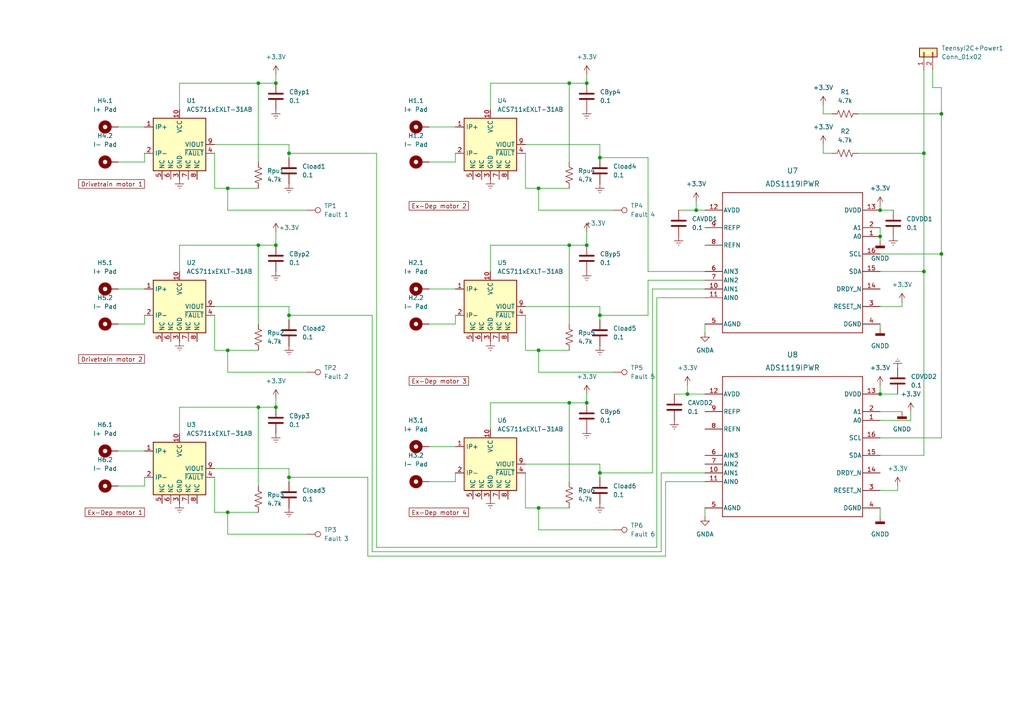
<source format=kicad_sch>
(kicad_sch (version 20211123) (generator eeschema)

  (uuid 2c607ed2-2c94-4c7a-b3fd-ab65c2c4d390)

  (paper "A4")

  (lib_symbols
    (symbol "2023-10-21_17-11-10:ADS1119IPWR" (pin_names (offset 0.254)) (in_bom yes) (on_board yes)
      (property "Reference" "U" (id 0) (at 0 2.54 0)
        (effects (font (size 1.524 1.524)))
      )
      (property "Value" "ADS1119IPWR" (id 1) (at 0 0 0)
        (effects (font (size 1.524 1.524)))
      )
      (property "Footprint" "PW0016A_N" (id 2) (at 0 0 0)
        (effects (font (size 1.27 1.27) italic) hide)
      )
      (property "Datasheet" "ADS1119IPWR" (id 3) (at 0 0 0)
        (effects (font (size 1.27 1.27) italic) hide)
      )
      (property "ki_locked" "" (id 4) (at 0 0 0)
        (effects (font (size 1.27 1.27)))
      )
      (property "ki_keywords" "ADS1119IPWR" (id 5) (at 0 0 0)
        (effects (font (size 1.27 1.27)) hide)
      )
      (property "ki_fp_filters" "PW0016A_N PW0016A_M PW0016A_L" (id 6) (at 0 0 0)
        (effects (font (size 1.27 1.27)) hide)
      )
      (symbol "ADS1119IPWR_0_1"
        (polyline
          (pts
            (xy -20.32 -20.32)
            (xy 20.32 -20.32)
          )
          (stroke (width 0.2032) (type default) (color 0 0 0 0))
          (fill (type none))
        )
        (polyline
          (pts
            (xy -20.32 20.32)
            (xy -20.32 -20.32)
          )
          (stroke (width 0.2032) (type default) (color 0 0 0 0))
          (fill (type none))
        )
        (polyline
          (pts
            (xy 20.32 -20.32)
            (xy 20.32 20.32)
          )
          (stroke (width 0.2032) (type default) (color 0 0 0 0))
          (fill (type none))
        )
        (polyline
          (pts
            (xy 20.32 20.32)
            (xy -20.32 20.32)
          )
          (stroke (width 0.2032) (type default) (color 0 0 0 0))
          (fill (type none))
        )
        (pin input line (at 25.4 7.62 180) (length 5.08)
          (name "A0" (effects (font (size 1.27 1.27))))
          (number "1" (effects (font (size 1.27 1.27))))
        )
        (pin input line (at -25.4 -7.62 0) (length 5.08)
          (name "AIN1" (effects (font (size 1.27 1.27))))
          (number "10" (effects (font (size 1.27 1.27))))
        )
        (pin input line (at -25.4 -10.16 0) (length 5.08)
          (name "AIN0" (effects (font (size 1.27 1.27))))
          (number "11" (effects (font (size 1.27 1.27))))
        )
        (pin power_in line (at -25.4 15.24 0) (length 5.08)
          (name "AVDD" (effects (font (size 1.27 1.27))))
          (number "12" (effects (font (size 1.27 1.27))))
        )
        (pin power_in line (at 25.4 15.24 180) (length 5.08)
          (name "DVDD" (effects (font (size 1.27 1.27))))
          (number "13" (effects (font (size 1.27 1.27))))
        )
        (pin output line (at 25.4 -7.62 180) (length 5.08)
          (name "DRDY_N" (effects (font (size 1.27 1.27))))
          (number "14" (effects (font (size 1.27 1.27))))
        )
        (pin bidirectional line (at 25.4 -2.54 180) (length 5.08)
          (name "SDA" (effects (font (size 1.27 1.27))))
          (number "15" (effects (font (size 1.27 1.27))))
        )
        (pin input line (at 25.4 2.54 180) (length 5.08)
          (name "SCL" (effects (font (size 1.27 1.27))))
          (number "16" (effects (font (size 1.27 1.27))))
        )
        (pin input line (at 25.4 10.16 180) (length 5.08)
          (name "A1" (effects (font (size 1.27 1.27))))
          (number "2" (effects (font (size 1.27 1.27))))
        )
        (pin input line (at 25.4 -12.7 180) (length 5.08)
          (name "RESET_N" (effects (font (size 1.27 1.27))))
          (number "3" (effects (font (size 1.27 1.27))))
        )
        (pin power_in line (at 25.4 -17.78 180) (length 5.08)
          (name "DGND" (effects (font (size 1.27 1.27))))
          (number "4" (effects (font (size 1.27 1.27))))
        )
        (pin power_in line (at -25.4 -17.78 0) (length 5.08)
          (name "AGND" (effects (font (size 1.27 1.27))))
          (number "5" (effects (font (size 1.27 1.27))))
        )
        (pin input line (at -25.4 -2.54 0) (length 5.08)
          (name "AIN3" (effects (font (size 1.27 1.27))))
          (number "6" (effects (font (size 1.27 1.27))))
        )
        (pin input line (at -25.4 -5.08 0) (length 5.08)
          (name "AIN2" (effects (font (size 1.27 1.27))))
          (number "7" (effects (font (size 1.27 1.27))))
        )
        (pin input line (at -25.4 5.08 0) (length 5.08)
          (name "REFN" (effects (font (size 1.27 1.27))))
          (number "8" (effects (font (size 1.27 1.27))))
        )
        (pin input line (at -25.4 10.16 0) (length 5.08)
          (name "REFP" (effects (font (size 1.27 1.27))))
          (number "9" (effects (font (size 1.27 1.27))))
        )
      )
    )
    (symbol "Connector:TestPoint" (pin_numbers hide) (pin_names (offset 0.762) hide) (in_bom yes) (on_board yes)
      (property "Reference" "TP" (id 0) (at 0 6.858 0)
        (effects (font (size 1.27 1.27)))
      )
      (property "Value" "TestPoint" (id 1) (at 0 5.08 0)
        (effects (font (size 1.27 1.27)))
      )
      (property "Footprint" "" (id 2) (at 5.08 0 0)
        (effects (font (size 1.27 1.27)) hide)
      )
      (property "Datasheet" "~" (id 3) (at 5.08 0 0)
        (effects (font (size 1.27 1.27)) hide)
      )
      (property "ki_keywords" "test point tp" (id 4) (at 0 0 0)
        (effects (font (size 1.27 1.27)) hide)
      )
      (property "ki_description" "test point" (id 5) (at 0 0 0)
        (effects (font (size 1.27 1.27)) hide)
      )
      (property "ki_fp_filters" "Pin* Test*" (id 6) (at 0 0 0)
        (effects (font (size 1.27 1.27)) hide)
      )
      (symbol "TestPoint_0_1"
        (circle (center 0 3.302) (radius 0.762)
          (stroke (width 0) (type default) (color 0 0 0 0))
          (fill (type none))
        )
      )
      (symbol "TestPoint_1_1"
        (pin passive line (at 0 0 90) (length 2.54)
          (name "1" (effects (font (size 1.27 1.27))))
          (number "1" (effects (font (size 1.27 1.27))))
        )
      )
    )
    (symbol "Connector_Generic:Conn_01x02" (pin_names (offset 1.016) hide) (in_bom yes) (on_board yes)
      (property "Reference" "J" (id 0) (at 0 2.54 0)
        (effects (font (size 1.27 1.27)))
      )
      (property "Value" "Conn_01x02" (id 1) (at 0 -5.08 0)
        (effects (font (size 1.27 1.27)))
      )
      (property "Footprint" "" (id 2) (at 0 0 0)
        (effects (font (size 1.27 1.27)) hide)
      )
      (property "Datasheet" "~" (id 3) (at 0 0 0)
        (effects (font (size 1.27 1.27)) hide)
      )
      (property "ki_keywords" "connector" (id 4) (at 0 0 0)
        (effects (font (size 1.27 1.27)) hide)
      )
      (property "ki_description" "Generic connector, single row, 01x02, script generated (kicad-library-utils/schlib/autogen/connector/)" (id 5) (at 0 0 0)
        (effects (font (size 1.27 1.27)) hide)
      )
      (property "ki_fp_filters" "Connector*:*_1x??_*" (id 6) (at 0 0 0)
        (effects (font (size 1.27 1.27)) hide)
      )
      (symbol "Conn_01x02_1_1"
        (rectangle (start -1.27 -2.413) (end 0 -2.667)
          (stroke (width 0.1524) (type default) (color 0 0 0 0))
          (fill (type none))
        )
        (rectangle (start -1.27 0.127) (end 0 -0.127)
          (stroke (width 0.1524) (type default) (color 0 0 0 0))
          (fill (type none))
        )
        (rectangle (start -1.27 1.27) (end 1.27 -3.81)
          (stroke (width 0.254) (type default) (color 0 0 0 0))
          (fill (type background))
        )
        (pin passive line (at -5.08 0 0) (length 3.81)
          (name "Pin_1" (effects (font (size 1.27 1.27))))
          (number "1" (effects (font (size 1.27 1.27))))
        )
        (pin passive line (at -5.08 -2.54 0) (length 3.81)
          (name "Pin_2" (effects (font (size 1.27 1.27))))
          (number "2" (effects (font (size 1.27 1.27))))
        )
      )
    )
    (symbol "Device:C" (pin_numbers hide) (pin_names (offset 0.254)) (in_bom yes) (on_board yes)
      (property "Reference" "C" (id 0) (at 0.635 2.54 0)
        (effects (font (size 1.27 1.27)) (justify left))
      )
      (property "Value" "C" (id 1) (at 0.635 -2.54 0)
        (effects (font (size 1.27 1.27)) (justify left))
      )
      (property "Footprint" "" (id 2) (at 0.9652 -3.81 0)
        (effects (font (size 1.27 1.27)) hide)
      )
      (property "Datasheet" "~" (id 3) (at 0 0 0)
        (effects (font (size 1.27 1.27)) hide)
      )
      (property "ki_keywords" "cap capacitor" (id 4) (at 0 0 0)
        (effects (font (size 1.27 1.27)) hide)
      )
      (property "ki_description" "Unpolarized capacitor" (id 5) (at 0 0 0)
        (effects (font (size 1.27 1.27)) hide)
      )
      (property "ki_fp_filters" "C_*" (id 6) (at 0 0 0)
        (effects (font (size 1.27 1.27)) hide)
      )
      (symbol "C_0_1"
        (polyline
          (pts
            (xy -2.032 -0.762)
            (xy 2.032 -0.762)
          )
          (stroke (width 0.508) (type default) (color 0 0 0 0))
          (fill (type none))
        )
        (polyline
          (pts
            (xy -2.032 0.762)
            (xy 2.032 0.762)
          )
          (stroke (width 0.508) (type default) (color 0 0 0 0))
          (fill (type none))
        )
      )
      (symbol "C_1_1"
        (pin passive line (at 0 3.81 270) (length 2.794)
          (name "~" (effects (font (size 1.27 1.27))))
          (number "1" (effects (font (size 1.27 1.27))))
        )
        (pin passive line (at 0 -3.81 90) (length 2.794)
          (name "~" (effects (font (size 1.27 1.27))))
          (number "2" (effects (font (size 1.27 1.27))))
        )
      )
    )
    (symbol "Device:R_US" (pin_numbers hide) (pin_names (offset 0)) (in_bom yes) (on_board yes)
      (property "Reference" "R" (id 0) (at 2.54 0 90)
        (effects (font (size 1.27 1.27)))
      )
      (property "Value" "R_US" (id 1) (at -2.54 0 90)
        (effects (font (size 1.27 1.27)))
      )
      (property "Footprint" "" (id 2) (at 1.016 -0.254 90)
        (effects (font (size 1.27 1.27)) hide)
      )
      (property "Datasheet" "~" (id 3) (at 0 0 0)
        (effects (font (size 1.27 1.27)) hide)
      )
      (property "ki_keywords" "R res resistor" (id 4) (at 0 0 0)
        (effects (font (size 1.27 1.27)) hide)
      )
      (property "ki_description" "Resistor, US symbol" (id 5) (at 0 0 0)
        (effects (font (size 1.27 1.27)) hide)
      )
      (property "ki_fp_filters" "R_*" (id 6) (at 0 0 0)
        (effects (font (size 1.27 1.27)) hide)
      )
      (symbol "R_US_0_1"
        (polyline
          (pts
            (xy 0 -2.286)
            (xy 0 -2.54)
          )
          (stroke (width 0) (type default) (color 0 0 0 0))
          (fill (type none))
        )
        (polyline
          (pts
            (xy 0 2.286)
            (xy 0 2.54)
          )
          (stroke (width 0) (type default) (color 0 0 0 0))
          (fill (type none))
        )
        (polyline
          (pts
            (xy 0 -0.762)
            (xy 1.016 -1.143)
            (xy 0 -1.524)
            (xy -1.016 -1.905)
            (xy 0 -2.286)
          )
          (stroke (width 0) (type default) (color 0 0 0 0))
          (fill (type none))
        )
        (polyline
          (pts
            (xy 0 0.762)
            (xy 1.016 0.381)
            (xy 0 0)
            (xy -1.016 -0.381)
            (xy 0 -0.762)
          )
          (stroke (width 0) (type default) (color 0 0 0 0))
          (fill (type none))
        )
        (polyline
          (pts
            (xy 0 2.286)
            (xy 1.016 1.905)
            (xy 0 1.524)
            (xy -1.016 1.143)
            (xy 0 0.762)
          )
          (stroke (width 0) (type default) (color 0 0 0 0))
          (fill (type none))
        )
      )
      (symbol "R_US_1_1"
        (pin passive line (at 0 3.81 270) (length 1.27)
          (name "~" (effects (font (size 1.27 1.27))))
          (number "1" (effects (font (size 1.27 1.27))))
        )
        (pin passive line (at 0 -3.81 90) (length 1.27)
          (name "~" (effects (font (size 1.27 1.27))))
          (number "2" (effects (font (size 1.27 1.27))))
        )
      )
    )
    (symbol "Mechanical:MountingHole_Pad" (pin_numbers hide) (pin_names (offset 1.016) hide) (in_bom yes) (on_board yes)
      (property "Reference" "H" (id 0) (at 0 6.35 0)
        (effects (font (size 1.27 1.27)))
      )
      (property "Value" "MountingHole_Pad" (id 1) (at 0 4.445 0)
        (effects (font (size 1.27 1.27)))
      )
      (property "Footprint" "" (id 2) (at 0 0 0)
        (effects (font (size 1.27 1.27)) hide)
      )
      (property "Datasheet" "~" (id 3) (at 0 0 0)
        (effects (font (size 1.27 1.27)) hide)
      )
      (property "ki_keywords" "mounting hole" (id 4) (at 0 0 0)
        (effects (font (size 1.27 1.27)) hide)
      )
      (property "ki_description" "Mounting Hole with connection" (id 5) (at 0 0 0)
        (effects (font (size 1.27 1.27)) hide)
      )
      (property "ki_fp_filters" "MountingHole*Pad*" (id 6) (at 0 0 0)
        (effects (font (size 1.27 1.27)) hide)
      )
      (symbol "MountingHole_Pad_0_1"
        (circle (center 0 1.27) (radius 1.27)
          (stroke (width 1.27) (type default) (color 0 0 0 0))
          (fill (type none))
        )
      )
      (symbol "MountingHole_Pad_1_1"
        (pin input line (at 0 -2.54 90) (length 2.54)
          (name "1" (effects (font (size 1.27 1.27))))
          (number "1" (effects (font (size 1.27 1.27))))
        )
      )
    )
    (symbol "Sensor_Current:ACS711xEXLT-31AB" (in_bom yes) (on_board yes)
      (property "Reference" "U" (id 0) (at 8.89 6.35 0)
        (effects (font (size 1.27 1.27)) (justify left))
      )
      (property "Value" "ACS711xEXLT-31AB" (id 1) (at 8.89 3.81 0)
        (effects (font (size 1.27 1.27)) (justify left))
      )
      (property "Footprint" "Sensor_Current:Allegro_QFN-12-10-1EP_3x3mm_P0.5mm" (id 2) (at 8.89 -1.27 0)
        (effects (font (size 1.27 1.27) italic) (justify left) hide)
      )
      (property "Datasheet" "http://www.allegromicro.com/~/Media/Files/Datasheets/ACS711-Datasheet.ashx" (id 3) (at 0 0 0)
        (effects (font (size 1.27 1.27)) hide)
      )
      (property "ki_keywords" "hall effect current monitor sensor isolated" (id 4) (at 0 0 0)
        (effects (font (size 1.27 1.27)) hide)
      )
      (property "ki_description" "±31A Bidirectional, Hall-Effect Current Sensor, +3.3V supply, 45mV/A, QFN-12" (id 5) (at 0 0 0)
        (effects (font (size 1.27 1.27)) hide)
      )
      (property "ki_fp_filters" "Allegro*QFN*EP*3x3mm*P0.5mm*" (id 6) (at 0 0 0)
        (effects (font (size 1.27 1.27)) hide)
      )
      (symbol "ACS711xEXLT-31AB_0_1"
        (rectangle (start -7.62 7.62) (end 7.62 -7.62)
          (stroke (width 0.254) (type default) (color 0 0 0 0))
          (fill (type background))
        )
      )
      (symbol "ACS711xEXLT-31AB_1_1"
        (pin passive line (at -10.16 5.08 0) (length 2.54)
          (name "IP+" (effects (font (size 1.27 1.27))))
          (number "1" (effects (font (size 1.27 1.27))))
        )
        (pin power_in line (at 0 10.16 270) (length 2.54)
          (name "VCC" (effects (font (size 1.27 1.27))))
          (number "10" (effects (font (size 1.27 1.27))))
        )
        (pin passive line (at -10.16 -2.54 0) (length 2.54)
          (name "IP-" (effects (font (size 1.27 1.27))))
          (number "2" (effects (font (size 1.27 1.27))))
        )
        (pin power_in line (at 0 -10.16 90) (length 2.54)
          (name "GND" (effects (font (size 1.27 1.27))))
          (number "3" (effects (font (size 1.27 1.27))))
        )
        (pin output line (at 10.16 -2.54 180) (length 2.54)
          (name "~{FAULT}" (effects (font (size 1.27 1.27))))
          (number "4" (effects (font (size 1.27 1.27))))
        )
        (pin passive line (at -5.08 -10.16 90) (length 2.54)
          (name "NC" (effects (font (size 1.27 1.27))))
          (number "5" (effects (font (size 1.27 1.27))))
        )
        (pin passive line (at -2.54 -10.16 90) (length 2.54)
          (name "NC" (effects (font (size 1.27 1.27))))
          (number "6" (effects (font (size 1.27 1.27))))
        )
        (pin passive line (at 2.54 -10.16 90) (length 2.54)
          (name "NC" (effects (font (size 1.27 1.27))))
          (number "7" (effects (font (size 1.27 1.27))))
        )
        (pin passive line (at 5.08 -10.16 90) (length 2.54)
          (name "NC" (effects (font (size 1.27 1.27))))
          (number "8" (effects (font (size 1.27 1.27))))
        )
        (pin output line (at 10.16 0 180) (length 2.54)
          (name "VIOUT" (effects (font (size 1.27 1.27))))
          (number "9" (effects (font (size 1.27 1.27))))
        )
      )
    )
    (symbol "power:+3.3V" (power) (pin_names (offset 0)) (in_bom yes) (on_board yes)
      (property "Reference" "#PWR" (id 0) (at 0 -3.81 0)
        (effects (font (size 1.27 1.27)) hide)
      )
      (property "Value" "+3.3V" (id 1) (at 0 3.556 0)
        (effects (font (size 1.27 1.27)))
      )
      (property "Footprint" "" (id 2) (at 0 0 0)
        (effects (font (size 1.27 1.27)) hide)
      )
      (property "Datasheet" "" (id 3) (at 0 0 0)
        (effects (font (size 1.27 1.27)) hide)
      )
      (property "ki_keywords" "power-flag" (id 4) (at 0 0 0)
        (effects (font (size 1.27 1.27)) hide)
      )
      (property "ki_description" "Power symbol creates a global label with name \"+3.3V\"" (id 5) (at 0 0 0)
        (effects (font (size 1.27 1.27)) hide)
      )
      (symbol "+3.3V_0_1"
        (polyline
          (pts
            (xy -0.762 1.27)
            (xy 0 2.54)
          )
          (stroke (width 0) (type default) (color 0 0 0 0))
          (fill (type none))
        )
        (polyline
          (pts
            (xy 0 0)
            (xy 0 2.54)
          )
          (stroke (width 0) (type default) (color 0 0 0 0))
          (fill (type none))
        )
        (polyline
          (pts
            (xy 0 2.54)
            (xy 0.762 1.27)
          )
          (stroke (width 0) (type default) (color 0 0 0 0))
          (fill (type none))
        )
      )
      (symbol "+3.3V_1_1"
        (pin power_in line (at 0 0 90) (length 0) hide
          (name "+3.3V" (effects (font (size 1.27 1.27))))
          (number "1" (effects (font (size 1.27 1.27))))
        )
      )
    )
    (symbol "power:Earth" (power) (pin_names (offset 0)) (in_bom yes) (on_board yes)
      (property "Reference" "#PWR" (id 0) (at 0 -6.35 0)
        (effects (font (size 1.27 1.27)) hide)
      )
      (property "Value" "Earth" (id 1) (at 0 -3.81 0)
        (effects (font (size 1.27 1.27)) hide)
      )
      (property "Footprint" "" (id 2) (at 0 0 0)
        (effects (font (size 1.27 1.27)) hide)
      )
      (property "Datasheet" "~" (id 3) (at 0 0 0)
        (effects (font (size 1.27 1.27)) hide)
      )
      (property "ki_keywords" "power-flag ground gnd" (id 4) (at 0 0 0)
        (effects (font (size 1.27 1.27)) hide)
      )
      (property "ki_description" "Power symbol creates a global label with name \"Earth\"" (id 5) (at 0 0 0)
        (effects (font (size 1.27 1.27)) hide)
      )
      (symbol "Earth_0_1"
        (polyline
          (pts
            (xy -0.635 -1.905)
            (xy 0.635 -1.905)
          )
          (stroke (width 0) (type default) (color 0 0 0 0))
          (fill (type none))
        )
        (polyline
          (pts
            (xy -0.127 -2.54)
            (xy 0.127 -2.54)
          )
          (stroke (width 0) (type default) (color 0 0 0 0))
          (fill (type none))
        )
        (polyline
          (pts
            (xy 0 -1.27)
            (xy 0 0)
          )
          (stroke (width 0) (type default) (color 0 0 0 0))
          (fill (type none))
        )
        (polyline
          (pts
            (xy 1.27 -1.27)
            (xy -1.27 -1.27)
          )
          (stroke (width 0) (type default) (color 0 0 0 0))
          (fill (type none))
        )
      )
      (symbol "Earth_1_1"
        (pin power_in line (at 0 0 270) (length 0) hide
          (name "Earth" (effects (font (size 1.27 1.27))))
          (number "1" (effects (font (size 1.27 1.27))))
        )
      )
    )
    (symbol "power:GNDA" (power) (pin_names (offset 0)) (in_bom yes) (on_board yes)
      (property "Reference" "#PWR" (id 0) (at 0 -6.35 0)
        (effects (font (size 1.27 1.27)) hide)
      )
      (property "Value" "GNDA" (id 1) (at 0 -3.81 0)
        (effects (font (size 1.27 1.27)))
      )
      (property "Footprint" "" (id 2) (at 0 0 0)
        (effects (font (size 1.27 1.27)) hide)
      )
      (property "Datasheet" "" (id 3) (at 0 0 0)
        (effects (font (size 1.27 1.27)) hide)
      )
      (property "ki_keywords" "power-flag" (id 4) (at 0 0 0)
        (effects (font (size 1.27 1.27)) hide)
      )
      (property "ki_description" "Power symbol creates a global label with name \"GNDA\" , analog ground" (id 5) (at 0 0 0)
        (effects (font (size 1.27 1.27)) hide)
      )
      (symbol "GNDA_0_1"
        (polyline
          (pts
            (xy 0 0)
            (xy 0 -1.27)
            (xy 1.27 -1.27)
            (xy 0 -2.54)
            (xy -1.27 -1.27)
            (xy 0 -1.27)
          )
          (stroke (width 0) (type default) (color 0 0 0 0))
          (fill (type none))
        )
      )
      (symbol "GNDA_1_1"
        (pin power_in line (at 0 0 270) (length 0) hide
          (name "GNDA" (effects (font (size 1.27 1.27))))
          (number "1" (effects (font (size 1.27 1.27))))
        )
      )
    )
    (symbol "power:GNDD" (power) (pin_names (offset 0)) (in_bom yes) (on_board yes)
      (property "Reference" "#PWR" (id 0) (at 0 -6.35 0)
        (effects (font (size 1.27 1.27)) hide)
      )
      (property "Value" "GNDD" (id 1) (at 0 -3.175 0)
        (effects (font (size 1.27 1.27)))
      )
      (property "Footprint" "" (id 2) (at 0 0 0)
        (effects (font (size 1.27 1.27)) hide)
      )
      (property "Datasheet" "" (id 3) (at 0 0 0)
        (effects (font (size 1.27 1.27)) hide)
      )
      (property "ki_keywords" "power-flag" (id 4) (at 0 0 0)
        (effects (font (size 1.27 1.27)) hide)
      )
      (property "ki_description" "Power symbol creates a global label with name \"GNDD\" , digital ground" (id 5) (at 0 0 0)
        (effects (font (size 1.27 1.27)) hide)
      )
      (symbol "GNDD_0_1"
        (rectangle (start -1.27 -1.524) (end 1.27 -2.032)
          (stroke (width 0.254) (type default) (color 0 0 0 0))
          (fill (type outline))
        )
        (polyline
          (pts
            (xy 0 0)
            (xy 0 -1.524)
          )
          (stroke (width 0) (type default) (color 0 0 0 0))
          (fill (type none))
        )
      )
      (symbol "GNDD_1_1"
        (pin power_in line (at 0 0 270) (length 0) hide
          (name "GNDD" (effects (font (size 1.27 1.27))))
          (number "1" (effects (font (size 1.27 1.27))))
        )
      )
    )
  )

  (junction (at 201.93 60.96) (diameter 0) (color 0 0 0 0)
    (uuid 011d29b4-3005-4639-8157-ee0d0eed0535)
  )
  (junction (at 267.97 44.45) (diameter 0) (color 0 0 0 0)
    (uuid 0de63706-4d6f-404a-b71c-ff3dca4bbf0a)
  )
  (junction (at 273.05 33.02) (diameter 0) (color 0 0 0 0)
    (uuid 28ad2a28-aa2b-4799-8fd7-e36be506075a)
  )
  (junction (at 80.01 118.11) (diameter 0) (color 0 0 0 0)
    (uuid 2efb4ee4-f5db-493b-b2a2-6c4e6c869b71)
  )
  (junction (at 156.21 54.61) (diameter 0) (color 0 0 0 0)
    (uuid 2f4ea655-7fc9-4333-9156-38a12424128e)
  )
  (junction (at 165.1 24.13) (diameter 0) (color 0 0 0 0)
    (uuid 30e397e1-e045-4b73-8846-c134c5a2a705)
  )
  (junction (at 83.82 91.44) (diameter 0) (color 0 0 0 0)
    (uuid 358bfc38-39de-4d45-ab1b-c47783522888)
  )
  (junction (at 83.82 44.45) (diameter 0) (color 0 0 0 0)
    (uuid 3ff52d75-ce53-446b-bc89-87f90cc30831)
  )
  (junction (at 66.04 101.6) (diameter 0) (color 0 0 0 0)
    (uuid 41089559-c0a9-49fb-9e33-0369ed21fb63)
  )
  (junction (at 74.93 71.12) (diameter 0) (color 0 0 0 0)
    (uuid 45c2c14f-56d9-4213-837b-f092a1ff032b)
  )
  (junction (at 173.99 45.72) (diameter 0) (color 0 0 0 0)
    (uuid 4717a412-95ad-428a-a1dc-08701512b2c7)
  )
  (junction (at 165.1 116.84) (diameter 0) (color 0 0 0 0)
    (uuid 5eceb16b-61e0-4c92-b2ae-55ee399c1112)
  )
  (junction (at 165.1 71.12) (diameter 0) (color 0 0 0 0)
    (uuid 646f7b02-873c-4eae-aced-5e361c24e0af)
  )
  (junction (at 273.05 73.66) (diameter 0) (color 0 0 0 0)
    (uuid 66ad7d70-fd60-40b4-b6e4-db7bfbed99c3)
  )
  (junction (at 255.27 60.96) (diameter 0) (color 0 0 0 0)
    (uuid 74601d8c-4ffc-49ce-8521-bfe97115447b)
  )
  (junction (at 267.97 78.74) (diameter 0) (color 0 0 0 0)
    (uuid 7acce879-66d4-4d9a-ace7-8cab9e7a4273)
  )
  (junction (at 173.99 137.16) (diameter 0) (color 0 0 0 0)
    (uuid 7b82f65a-fa0b-419c-86dd-8a4bda2aa503)
  )
  (junction (at 83.82 138.43) (diameter 0) (color 0 0 0 0)
    (uuid 7c233ed7-7fd1-46f2-aec1-5019adb610b6)
  )
  (junction (at 199.39 114.3) (diameter 0) (color 0 0 0 0)
    (uuid 879c4398-7a3d-4fa6-be01-6ec3e88f39ff)
  )
  (junction (at 173.99 91.44) (diameter 0) (color 0 0 0 0)
    (uuid 8fd70524-1590-4459-8967-75dcf25faf1e)
  )
  (junction (at 170.18 116.84) (diameter 0) (color 0 0 0 0)
    (uuid 9864a7c9-3f8b-4f88-810d-55e7a7aaebfc)
  )
  (junction (at 74.93 24.13) (diameter 0) (color 0 0 0 0)
    (uuid 9e03305f-8314-49d6-ba8c-584e29380cef)
  )
  (junction (at 255.27 68.58) (diameter 0) (color 0 0 0 0)
    (uuid a5a880aa-67c0-41b2-a57c-6a6eff4f15ec)
  )
  (junction (at 255.27 114.3) (diameter 0) (color 0 0 0 0)
    (uuid ad023e61-652d-4446-aaac-514c34d5c05d)
  )
  (junction (at 170.18 71.12) (diameter 0) (color 0 0 0 0)
    (uuid b4fbd6d8-48b8-4f88-9db2-e9c117595699)
  )
  (junction (at 80.01 24.13) (diameter 0) (color 0 0 0 0)
    (uuid bf177833-789b-465a-a1fe-92c8baaf9298)
  )
  (junction (at 66.04 148.59) (diameter 0) (color 0 0 0 0)
    (uuid bf91bb82-dd40-496b-a672-8ed58b842e95)
  )
  (junction (at 74.93 118.11) (diameter 0) (color 0 0 0 0)
    (uuid c6651f66-8a9f-4417-bdaf-9fe3e7a703b4)
  )
  (junction (at 170.18 24.13) (diameter 0) (color 0 0 0 0)
    (uuid d0c2bc9f-0046-4429-8b29-fb525fe9eab3)
  )
  (junction (at 80.01 71.12) (diameter 0) (color 0 0 0 0)
    (uuid d354452b-e012-483e-bf34-8d5b62e395e5)
  )
  (junction (at 156.21 147.32) (diameter 0) (color 0 0 0 0)
    (uuid dab35660-810b-400f-9b40-afc608ec5008)
  )
  (junction (at 66.04 54.61) (diameter 0) (color 0 0 0 0)
    (uuid ebe7b3f2-8b04-41b4-b92d-825bc839f731)
  )
  (junction (at 156.21 101.6) (diameter 0) (color 0 0 0 0)
    (uuid f43762c9-422f-40ef-b8f3-6f015a310379)
  )

  (wire (pts (xy 238.76 41.91) (xy 238.76 44.45))
    (stroke (width 0) (type default) (color 0 0 0 0))
    (uuid 012a58f2-5696-42ea-a46b-c83ce6ec897d)
  )
  (wire (pts (xy 52.07 71.12) (xy 74.93 71.12))
    (stroke (width 0) (type default) (color 0 0 0 0))
    (uuid 04eb2801-6555-4fdd-921e-df1047c2f616)
  )
  (wire (pts (xy 74.93 71.12) (xy 74.93 93.98))
    (stroke (width 0) (type default) (color 0 0 0 0))
    (uuid 054db391-745c-49a0-9b6c-cc3b5bd08a51)
  )
  (wire (pts (xy 255.27 114.3) (xy 260.35 114.3))
    (stroke (width 0) (type default) (color 0 0 0 0))
    (uuid 0604afa9-8dad-4dcb-bd0d-36751f1354b7)
  )
  (wire (pts (xy 152.4 44.45) (xy 152.4 54.61))
    (stroke (width 0) (type default) (color 0 0 0 0))
    (uuid 081ea0d4-45be-4fc4-acc2-e0e3d7037f3f)
  )
  (wire (pts (xy 66.04 154.94) (xy 88.9 154.94))
    (stroke (width 0) (type default) (color 0 0 0 0))
    (uuid 091b77fc-e68b-431a-a7b5-89013ae7ab74)
  )
  (wire (pts (xy 255.27 147.32) (xy 255.27 149.86))
    (stroke (width 0) (type default) (color 0 0 0 0))
    (uuid 098ecf17-50dd-4ca7-a76d-3a254be163bc)
  )
  (wire (pts (xy 52.07 118.11) (xy 74.93 118.11))
    (stroke (width 0) (type default) (color 0 0 0 0))
    (uuid 09d7843e-49a1-4c91-8ccd-eb0340f71f54)
  )
  (wire (pts (xy 273.05 25.4) (xy 270.51 25.4))
    (stroke (width 0) (type default) (color 0 0 0 0))
    (uuid 0e90908f-81ba-4f69-a647-cc303a465767)
  )
  (wire (pts (xy 170.18 67.31) (xy 170.18 71.12))
    (stroke (width 0) (type default) (color 0 0 0 0))
    (uuid 0ec4005d-5722-456e-a12f-503fa5dd1f94)
  )
  (wire (pts (xy 83.82 44.45) (xy 109.22 44.45))
    (stroke (width 0) (type default) (color 0 0 0 0))
    (uuid 0fde6b49-8790-49ab-9f80-d1a98c316e24)
  )
  (wire (pts (xy 106.68 161.29) (xy 193.04 161.29))
    (stroke (width 0) (type default) (color 0 0 0 0))
    (uuid 10daba1a-0b4b-4f93-b3c6-6eb5e4571e02)
  )
  (wire (pts (xy 173.99 134.62) (xy 173.99 137.16))
    (stroke (width 0) (type default) (color 0 0 0 0))
    (uuid 1278519f-e351-4037-9e76-985c745750c4)
  )
  (wire (pts (xy 260.35 142.24) (xy 260.35 140.97))
    (stroke (width 0) (type default) (color 0 0 0 0))
    (uuid 13b5639b-cb8d-4ffc-8225-8bab94809fee)
  )
  (wire (pts (xy 273.05 127) (xy 273.05 73.66))
    (stroke (width 0) (type default) (color 0 0 0 0))
    (uuid 17eb96da-04e2-4c77-bd1b-8f0a881b0716)
  )
  (wire (pts (xy 273.05 73.66) (xy 273.05 33.02))
    (stroke (width 0) (type default) (color 0 0 0 0))
    (uuid 19751df3-f467-4b37-8715-bb55b9635649)
  )
  (wire (pts (xy 124.46 83.82) (xy 132.08 83.82))
    (stroke (width 0) (type default) (color 0 0 0 0))
    (uuid 1a71f13b-ed2d-482b-a293-5999ed12e0ed)
  )
  (wire (pts (xy 170.18 114.3) (xy 170.18 116.84))
    (stroke (width 0) (type default) (color 0 0 0 0))
    (uuid 1ce32257-bbb2-4e8b-9a02-37f6ebda09df)
  )
  (wire (pts (xy 173.99 137.16) (xy 189.23 137.16))
    (stroke (width 0) (type default) (color 0 0 0 0))
    (uuid 2598fe5d-33a9-4706-97c3-347a6a9ce6da)
  )
  (wire (pts (xy 34.29 36.83) (xy 41.91 36.83))
    (stroke (width 0) (type default) (color 0 0 0 0))
    (uuid 26921152-4180-4c0c-bc67-dea3ec5f2325)
  )
  (wire (pts (xy 62.23 101.6) (xy 66.04 101.6))
    (stroke (width 0) (type default) (color 0 0 0 0))
    (uuid 2df07a4c-85ab-4a63-b48d-eccebaa001b8)
  )
  (wire (pts (xy 66.04 60.96) (xy 88.9 60.96))
    (stroke (width 0) (type default) (color 0 0 0 0))
    (uuid 2e6d6583-b4f5-48c4-88c9-5b0826cd08e0)
  )
  (wire (pts (xy 187.96 78.74) (xy 204.47 78.74))
    (stroke (width 0) (type default) (color 0 0 0 0))
    (uuid 313ea32c-6b82-4bb3-81a8-d3ebd51f4d53)
  )
  (wire (pts (xy 83.82 138.43) (xy 83.82 139.7))
    (stroke (width 0) (type default) (color 0 0 0 0))
    (uuid 31b5f88c-e49b-46f5-b6e3-24f6055dc585)
  )
  (wire (pts (xy 261.62 88.9) (xy 261.62 87.63))
    (stroke (width 0) (type default) (color 0 0 0 0))
    (uuid 33811aaf-35ec-4cf9-9fb6-281e2dc9000c)
  )
  (wire (pts (xy 201.93 58.42) (xy 201.93 60.96))
    (stroke (width 0) (type default) (color 0 0 0 0))
    (uuid 34008aeb-dd28-498c-9a1d-7d3e06a6e788)
  )
  (wire (pts (xy 62.23 88.9) (xy 83.82 88.9))
    (stroke (width 0) (type default) (color 0 0 0 0))
    (uuid 3441a8a9-b6e4-4736-816c-926b84e8677d)
  )
  (wire (pts (xy 124.46 36.83) (xy 132.08 36.83))
    (stroke (width 0) (type default) (color 0 0 0 0))
    (uuid 352499c0-4199-4be9-8b12-3c31e5decb96)
  )
  (wire (pts (xy 109.22 158.75) (xy 190.5 158.75))
    (stroke (width 0) (type default) (color 0 0 0 0))
    (uuid 35662fca-69f3-4e40-8bb2-c3ac312cf63f)
  )
  (wire (pts (xy 156.21 54.61) (xy 165.1 54.61))
    (stroke (width 0) (type default) (color 0 0 0 0))
    (uuid 370c9d4e-95d0-402f-a605-db03be19c889)
  )
  (wire (pts (xy 204.47 93.98) (xy 204.47 96.52))
    (stroke (width 0) (type default) (color 0 0 0 0))
    (uuid 3904607f-a227-45cf-a457-4b67701561d9)
  )
  (wire (pts (xy 83.82 135.89) (xy 83.82 138.43))
    (stroke (width 0) (type default) (color 0 0 0 0))
    (uuid 39159848-343c-47c7-bbd8-447cc01af859)
  )
  (wire (pts (xy 106.68 138.43) (xy 106.68 161.29))
    (stroke (width 0) (type default) (color 0 0 0 0))
    (uuid 39612836-47be-403f-b59d-dca3f32cc860)
  )
  (wire (pts (xy 52.07 125.73) (xy 52.07 118.11))
    (stroke (width 0) (type default) (color 0 0 0 0))
    (uuid 39deced0-5ea3-4a72-8b8d-65c20aa44018)
  )
  (wire (pts (xy 34.29 46.99) (xy 41.91 46.99))
    (stroke (width 0) (type default) (color 0 0 0 0))
    (uuid 3b6b33c3-0a33-4107-9730-34c71623bc10)
  )
  (wire (pts (xy 52.07 24.13) (xy 74.93 24.13))
    (stroke (width 0) (type default) (color 0 0 0 0))
    (uuid 3b8c3e21-5498-4290-9c24-562fd527eb2e)
  )
  (wire (pts (xy 66.04 148.59) (xy 74.93 148.59))
    (stroke (width 0) (type default) (color 0 0 0 0))
    (uuid 3f7c909b-dabc-4150-a23b-0566dd957b94)
  )
  (wire (pts (xy 83.82 88.9) (xy 83.82 91.44))
    (stroke (width 0) (type default) (color 0 0 0 0))
    (uuid 4452693e-ccd4-4cf2-a6da-fe9e2e6d2edb)
  )
  (wire (pts (xy 255.27 93.98) (xy 255.27 95.25))
    (stroke (width 0) (type default) (color 0 0 0 0))
    (uuid 45aee4c8-7568-4863-987e-c0d439ab8f59)
  )
  (wire (pts (xy 248.92 33.02) (xy 273.05 33.02))
    (stroke (width 0) (type default) (color 0 0 0 0))
    (uuid 47bb1880-c4e8-41dd-acb7-1dda8a94a78f)
  )
  (wire (pts (xy 191.77 160.02) (xy 191.77 137.16))
    (stroke (width 0) (type default) (color 0 0 0 0))
    (uuid 47d14441-45a0-4966-b88c-313670818b93)
  )
  (wire (pts (xy 156.21 153.67) (xy 177.8 153.67))
    (stroke (width 0) (type default) (color 0 0 0 0))
    (uuid 4ae36dd2-3920-4f8e-88e7-7e0b6b9a3cd6)
  )
  (wire (pts (xy 270.51 20.32) (xy 270.51 25.4))
    (stroke (width 0) (type default) (color 0 0 0 0))
    (uuid 4b9beb17-587f-495d-8d29-9bf7d582a460)
  )
  (wire (pts (xy 52.07 78.74) (xy 52.07 71.12))
    (stroke (width 0) (type default) (color 0 0 0 0))
    (uuid 4f0208c9-04a1-4747-8410-3185aed0547b)
  )
  (wire (pts (xy 62.23 54.61) (xy 66.04 54.61))
    (stroke (width 0) (type default) (color 0 0 0 0))
    (uuid 52d89eed-d25e-4371-b3ad-f55a74debbc4)
  )
  (wire (pts (xy 152.4 147.32) (xy 156.21 147.32))
    (stroke (width 0) (type default) (color 0 0 0 0))
    (uuid 53c8431a-538c-4291-acfb-4de3e2c84246)
  )
  (wire (pts (xy 255.27 73.66) (xy 273.05 73.66))
    (stroke (width 0) (type default) (color 0 0 0 0))
    (uuid 5589260d-7b1e-4025-98d3-f84cf02dc2b0)
  )
  (wire (pts (xy 255.27 88.9) (xy 261.62 88.9))
    (stroke (width 0) (type default) (color 0 0 0 0))
    (uuid 57a3c6be-96fc-4cf4-a7e3-409f44923045)
  )
  (wire (pts (xy 187.96 91.44) (xy 187.96 81.28))
    (stroke (width 0) (type default) (color 0 0 0 0))
    (uuid 5b3a42ed-2eb6-4785-9f7d-077ec97bce53)
  )
  (wire (pts (xy 238.76 33.02) (xy 238.76 30.48))
    (stroke (width 0) (type default) (color 0 0 0 0))
    (uuid 5eaa5ae0-6798-4fb3-a3e2-75eb04f78cdb)
  )
  (wire (pts (xy 195.58 114.3) (xy 199.39 114.3))
    (stroke (width 0) (type default) (color 0 0 0 0))
    (uuid 6039f588-2e44-474c-9482-6b582eac7cc7)
  )
  (wire (pts (xy 152.4 88.9) (xy 173.99 88.9))
    (stroke (width 0) (type default) (color 0 0 0 0))
    (uuid 60fdc820-5a32-4be4-9e63-b14dfb2c26d0)
  )
  (wire (pts (xy 74.93 24.13) (xy 80.01 24.13))
    (stroke (width 0) (type default) (color 0 0 0 0))
    (uuid 61a38ff7-4597-41e9-84f6-4ee214afcf7b)
  )
  (wire (pts (xy 165.1 71.12) (xy 165.1 93.98))
    (stroke (width 0) (type default) (color 0 0 0 0))
    (uuid 64427a4f-54ff-431c-84e8-a398238b18fa)
  )
  (wire (pts (xy 255.27 68.58) (xy 255.27 69.85))
    (stroke (width 0) (type default) (color 0 0 0 0))
    (uuid 65fa873e-b6a4-46d9-93b8-31f2e7f73169)
  )
  (wire (pts (xy 83.82 41.91) (xy 83.82 44.45))
    (stroke (width 0) (type default) (color 0 0 0 0))
    (uuid 662b0f01-7654-4444-9e13-174b02b821c8)
  )
  (wire (pts (xy 173.99 88.9) (xy 173.99 91.44))
    (stroke (width 0) (type default) (color 0 0 0 0))
    (uuid 676015a2-fadb-4696-89b4-f6b84cfeb775)
  )
  (wire (pts (xy 156.21 101.6) (xy 156.21 107.95))
    (stroke (width 0) (type default) (color 0 0 0 0))
    (uuid 68cd49ec-2d1f-4fe0-a802-52475dcb32c2)
  )
  (wire (pts (xy 52.07 31.75) (xy 52.07 24.13))
    (stroke (width 0) (type default) (color 0 0 0 0))
    (uuid 6a1407e3-fbf6-4817-8e56-69acbae628bb)
  )
  (wire (pts (xy 142.24 71.12) (xy 165.1 71.12))
    (stroke (width 0) (type default) (color 0 0 0 0))
    (uuid 6b5804ac-c967-4f7b-853d-0dcad8204b72)
  )
  (wire (pts (xy 173.99 91.44) (xy 187.96 91.44))
    (stroke (width 0) (type default) (color 0 0 0 0))
    (uuid 6c1e7b3a-6549-42c7-a704-458423b4a816)
  )
  (wire (pts (xy 152.4 91.44) (xy 152.4 101.6))
    (stroke (width 0) (type default) (color 0 0 0 0))
    (uuid 6c9dacce-112c-455f-a4e4-a4f4edb468e4)
  )
  (wire (pts (xy 74.93 71.12) (xy 80.01 71.12))
    (stroke (width 0) (type default) (color 0 0 0 0))
    (uuid 6d3998dd-ac3e-43d6-98e1-c9c84b7f32a7)
  )
  (wire (pts (xy 156.21 147.32) (xy 165.1 147.32))
    (stroke (width 0) (type default) (color 0 0 0 0))
    (uuid 6f47aba2-e2eb-4b63-9b3c-8dd0ee459d89)
  )
  (wire (pts (xy 62.23 44.45) (xy 62.23 54.61))
    (stroke (width 0) (type default) (color 0 0 0 0))
    (uuid 6fd7b1ad-ff8b-46ec-a2ea-dca5d7ad6d0d)
  )
  (wire (pts (xy 170.18 21.59) (xy 170.18 24.13))
    (stroke (width 0) (type default) (color 0 0 0 0))
    (uuid 6ffe01fd-3427-46bc-911a-ed5867ae6942)
  )
  (wire (pts (xy 62.23 138.43) (xy 62.23 148.59))
    (stroke (width 0) (type default) (color 0 0 0 0))
    (uuid 7368329e-72b3-4c2e-9f6a-e373eb66edd5)
  )
  (wire (pts (xy 34.29 93.98) (xy 41.91 93.98))
    (stroke (width 0) (type default) (color 0 0 0 0))
    (uuid 76d5e490-45b4-46fc-bd2d-c5e861c1c52d)
  )
  (wire (pts (xy 152.4 54.61) (xy 156.21 54.61))
    (stroke (width 0) (type default) (color 0 0 0 0))
    (uuid 79d44cfd-257c-4afd-9911-1c1f08ebf129)
  )
  (wire (pts (xy 152.4 41.91) (xy 173.99 41.91))
    (stroke (width 0) (type default) (color 0 0 0 0))
    (uuid 7a149ba5-b2d8-47e9-a281-2683026ec066)
  )
  (wire (pts (xy 189.23 137.16) (xy 189.23 83.82))
    (stroke (width 0) (type default) (color 0 0 0 0))
    (uuid 7ab7126f-3059-4f20-b9a6-7f52698dd476)
  )
  (wire (pts (xy 241.3 33.02) (xy 238.76 33.02))
    (stroke (width 0) (type default) (color 0 0 0 0))
    (uuid 7d3baf0f-2a8b-40af-8ef0-caa8cbdec222)
  )
  (wire (pts (xy 204.47 147.32) (xy 204.47 149.86))
    (stroke (width 0) (type default) (color 0 0 0 0))
    (uuid 7d615d96-8e2a-4dd1-a5ca-2aead7503205)
  )
  (wire (pts (xy 83.82 91.44) (xy 107.95 91.44))
    (stroke (width 0) (type default) (color 0 0 0 0))
    (uuid 7eb424eb-fe44-4cda-8567-f94db3f89ccf)
  )
  (wire (pts (xy 255.27 59.69) (xy 255.27 60.96))
    (stroke (width 0) (type default) (color 0 0 0 0))
    (uuid 7f940534-9f35-41ec-9d4e-5df860c72185)
  )
  (wire (pts (xy 41.91 91.44) (xy 41.91 93.98))
    (stroke (width 0) (type default) (color 0 0 0 0))
    (uuid 81357092-c049-4bc3-9966-239f5b95d8f3)
  )
  (wire (pts (xy 267.97 44.45) (xy 267.97 78.74))
    (stroke (width 0) (type default) (color 0 0 0 0))
    (uuid 81d81399-f098-49fb-9e00-8bedc23c0e8e)
  )
  (wire (pts (xy 132.08 44.45) (xy 132.08 46.99))
    (stroke (width 0) (type default) (color 0 0 0 0))
    (uuid 82192d8c-5821-415f-b99b-d06bf178cc65)
  )
  (wire (pts (xy 165.1 24.13) (xy 170.18 24.13))
    (stroke (width 0) (type default) (color 0 0 0 0))
    (uuid 82a90b25-43c7-47f3-a0ad-376bff9a4dce)
  )
  (wire (pts (xy 66.04 107.95) (xy 88.9 107.95))
    (stroke (width 0) (type default) (color 0 0 0 0))
    (uuid 835b4b3a-5886-444d-8c66-a00a91dc567c)
  )
  (wire (pts (xy 173.99 41.91) (xy 173.99 45.72))
    (stroke (width 0) (type default) (color 0 0 0 0))
    (uuid 83f9356b-c76a-48d4-99fe-0403043bc3cd)
  )
  (wire (pts (xy 255.27 66.04) (xy 255.27 68.58))
    (stroke (width 0) (type default) (color 0 0 0 0))
    (uuid 8a2957a3-4942-427b-b39a-19d79059fd82)
  )
  (wire (pts (xy 255.27 60.96) (xy 259.08 60.96))
    (stroke (width 0) (type default) (color 0 0 0 0))
    (uuid 8a6ac0fd-de43-43bf-9113-13f8524786dc)
  )
  (wire (pts (xy 199.39 111.76) (xy 199.39 114.3))
    (stroke (width 0) (type default) (color 0 0 0 0))
    (uuid 8b77f417-c069-4703-9ab7-4a9bc32623c1)
  )
  (wire (pts (xy 273.05 33.02) (xy 273.05 25.4))
    (stroke (width 0) (type default) (color 0 0 0 0))
    (uuid 8d90f4df-ba8a-4c18-b3aa-7f2037c6f194)
  )
  (wire (pts (xy 156.21 147.32) (xy 156.21 153.67))
    (stroke (width 0) (type default) (color 0 0 0 0))
    (uuid 8e67ee21-a508-46b4-ad1a-d42e58a02e7e)
  )
  (wire (pts (xy 264.16 119.38) (xy 264.16 121.92))
    (stroke (width 0) (type default) (color 0 0 0 0))
    (uuid 90c6d3a8-1477-4bfc-8392-5d2eaa6d1dc9)
  )
  (wire (pts (xy 255.27 121.92) (xy 264.16 121.92))
    (stroke (width 0) (type default) (color 0 0 0 0))
    (uuid 91ada854-bb5b-4c4c-a912-2b5e6f6a0493)
  )
  (wire (pts (xy 142.24 31.75) (xy 142.24 24.13))
    (stroke (width 0) (type default) (color 0 0 0 0))
    (uuid 91e3681a-8503-4400-b487-ceacfd5d3ae5)
  )
  (wire (pts (xy 41.91 138.43) (xy 41.91 140.97))
    (stroke (width 0) (type default) (color 0 0 0 0))
    (uuid 93586619-8bcc-4642-8e8a-2ae491e7b0c1)
  )
  (wire (pts (xy 74.93 118.11) (xy 80.01 118.11))
    (stroke (width 0) (type default) (color 0 0 0 0))
    (uuid 935b6360-526d-403d-918f-774247e086d2)
  )
  (wire (pts (xy 132.08 91.44) (xy 132.08 93.98))
    (stroke (width 0) (type default) (color 0 0 0 0))
    (uuid 94f5804c-b196-45c4-bbad-15c873d8a522)
  )
  (wire (pts (xy 248.92 44.45) (xy 267.97 44.45))
    (stroke (width 0) (type default) (color 0 0 0 0))
    (uuid 95097867-7010-4b58-a42f-cabdbb592584)
  )
  (wire (pts (xy 66.04 54.61) (xy 74.93 54.61))
    (stroke (width 0) (type default) (color 0 0 0 0))
    (uuid 96730271-c25f-45b5-a441-645edd50fddf)
  )
  (wire (pts (xy 156.21 107.95) (xy 177.8 107.95))
    (stroke (width 0) (type default) (color 0 0 0 0))
    (uuid 96fa8e1a-5953-46bc-8728-9ff092f49b7d)
  )
  (wire (pts (xy 193.04 161.29) (xy 193.04 139.7))
    (stroke (width 0) (type default) (color 0 0 0 0))
    (uuid 972e61d5-cff9-4560-b6f0-8536e16bd33f)
  )
  (wire (pts (xy 191.77 137.16) (xy 204.47 137.16))
    (stroke (width 0) (type default) (color 0 0 0 0))
    (uuid 9a62ba99-65cd-4f11-89f7-c440f2fc850f)
  )
  (wire (pts (xy 156.21 54.61) (xy 156.21 60.96))
    (stroke (width 0) (type default) (color 0 0 0 0))
    (uuid 9b179b63-c162-4fda-8627-c4ae67aa1c44)
  )
  (wire (pts (xy 255.27 127) (xy 273.05 127))
    (stroke (width 0) (type default) (color 0 0 0 0))
    (uuid 9ba52f0e-7ae2-4040-98f1-a71c41813027)
  )
  (wire (pts (xy 255.27 132.08) (xy 267.97 132.08))
    (stroke (width 0) (type default) (color 0 0 0 0))
    (uuid 9d6b5bc3-caa3-4cbb-aebe-a000df2cf3fe)
  )
  (wire (pts (xy 165.1 71.12) (xy 170.18 71.12))
    (stroke (width 0) (type default) (color 0 0 0 0))
    (uuid a268db94-fccc-497b-935a-76f63936a2f5)
  )
  (wire (pts (xy 156.21 60.96) (xy 177.8 60.96))
    (stroke (width 0) (type default) (color 0 0 0 0))
    (uuid a34363bb-eecc-45fb-bbc7-534f82d4b58f)
  )
  (wire (pts (xy 255.27 119.38) (xy 261.62 119.38))
    (stroke (width 0) (type default) (color 0 0 0 0))
    (uuid a8cb1862-c3d2-4bb4-bff8-f51325ff3a82)
  )
  (wire (pts (xy 132.08 137.16) (xy 132.08 139.7))
    (stroke (width 0) (type default) (color 0 0 0 0))
    (uuid aaec3c60-cd46-463b-8ad8-ba333959497a)
  )
  (wire (pts (xy 142.24 124.46) (xy 142.24 116.84))
    (stroke (width 0) (type default) (color 0 0 0 0))
    (uuid acc10ade-9268-48aa-bfee-d219c607b055)
  )
  (wire (pts (xy 187.96 45.72) (xy 187.96 78.74))
    (stroke (width 0) (type default) (color 0 0 0 0))
    (uuid adc791b5-c739-4dad-b247-7183fcac4ba1)
  )
  (wire (pts (xy 255.27 142.24) (xy 260.35 142.24))
    (stroke (width 0) (type default) (color 0 0 0 0))
    (uuid add4eeb9-4e8c-4cfc-bff8-5527ddb62f58)
  )
  (wire (pts (xy 142.24 24.13) (xy 165.1 24.13))
    (stroke (width 0) (type default) (color 0 0 0 0))
    (uuid aecf148b-e328-466e-beeb-7c7d369620cb)
  )
  (wire (pts (xy 66.04 54.61) (xy 66.04 60.96))
    (stroke (width 0) (type default) (color 0 0 0 0))
    (uuid b193a490-7afe-49ec-b76b-9c2f7e4ce92d)
  )
  (wire (pts (xy 109.22 158.75) (xy 109.22 44.45))
    (stroke (width 0) (type default) (color 0 0 0 0))
    (uuid b3958965-1bc2-4571-a9a1-935760d2b804)
  )
  (wire (pts (xy 189.23 83.82) (xy 204.47 83.82))
    (stroke (width 0) (type default) (color 0 0 0 0))
    (uuid b46cf7ec-360d-4e86-9d56-054333b9d660)
  )
  (wire (pts (xy 156.21 101.6) (xy 165.1 101.6))
    (stroke (width 0) (type default) (color 0 0 0 0))
    (uuid b668fdc0-e847-4ca9-93d6-a56fec0ed8ad)
  )
  (wire (pts (xy 62.23 41.91) (xy 83.82 41.91))
    (stroke (width 0) (type default) (color 0 0 0 0))
    (uuid b6d4b44c-b040-45ae-8600-48542b86d8b9)
  )
  (wire (pts (xy 124.46 139.7) (xy 132.08 139.7))
    (stroke (width 0) (type default) (color 0 0 0 0))
    (uuid bb837d70-f180-407e-aba9-99923a055eb4)
  )
  (wire (pts (xy 107.95 91.44) (xy 107.95 160.02))
    (stroke (width 0) (type default) (color 0 0 0 0))
    (uuid bc1a053b-5ed3-44fa-9dd3-904d395ed5f4)
  )
  (wire (pts (xy 80.01 67.31) (xy 80.01 71.12))
    (stroke (width 0) (type default) (color 0 0 0 0))
    (uuid bd27fd79-a761-4b9b-8277-091abc2b4943)
  )
  (wire (pts (xy 173.99 137.16) (xy 173.99 138.43))
    (stroke (width 0) (type default) (color 0 0 0 0))
    (uuid be2aeb33-2472-4ee5-8a9d-22cbe6b3024e)
  )
  (wire (pts (xy 201.93 60.96) (xy 204.47 60.96))
    (stroke (width 0) (type default) (color 0 0 0 0))
    (uuid c139045f-0cc4-4da8-b642-4e028e9a79a7)
  )
  (wire (pts (xy 62.23 91.44) (xy 62.23 101.6))
    (stroke (width 0) (type default) (color 0 0 0 0))
    (uuid c22b96a1-bf81-4668-8928-bb4b53e0928a)
  )
  (wire (pts (xy 152.4 101.6) (xy 156.21 101.6))
    (stroke (width 0) (type default) (color 0 0 0 0))
    (uuid c4abead1-48df-4e15-8db3-8d9a614e6cd7)
  )
  (wire (pts (xy 124.46 46.99) (xy 132.08 46.99))
    (stroke (width 0) (type default) (color 0 0 0 0))
    (uuid c4bd356f-d7bd-4fbd-831f-4c613d90e388)
  )
  (wire (pts (xy 165.1 24.13) (xy 165.1 46.99))
    (stroke (width 0) (type default) (color 0 0 0 0))
    (uuid c508a902-fe0b-455c-b242-a39004f0945c)
  )
  (wire (pts (xy 255.27 111.76) (xy 255.27 114.3))
    (stroke (width 0) (type default) (color 0 0 0 0))
    (uuid c62c005c-6784-4670-b73f-3c99a96908d8)
  )
  (wire (pts (xy 241.3 44.45) (xy 238.76 44.45))
    (stroke (width 0) (type default) (color 0 0 0 0))
    (uuid c6997f8d-0bcf-4bc6-9a17-05dad89da148)
  )
  (wire (pts (xy 255.27 78.74) (xy 267.97 78.74))
    (stroke (width 0) (type default) (color 0 0 0 0))
    (uuid c80201de-ec42-4f19-bee7-fd18e9569553)
  )
  (wire (pts (xy 66.04 101.6) (xy 66.04 107.95))
    (stroke (width 0) (type default) (color 0 0 0 0))
    (uuid cc7fc7db-83d7-410c-9021-44769313184e)
  )
  (wire (pts (xy 34.29 130.81) (xy 41.91 130.81))
    (stroke (width 0) (type default) (color 0 0 0 0))
    (uuid d0301fbd-7435-4e9f-9e99-f59caae8d7d9)
  )
  (wire (pts (xy 124.46 93.98) (xy 132.08 93.98))
    (stroke (width 0) (type default) (color 0 0 0 0))
    (uuid d38d68bd-1802-494e-be5c-d386e8186d85)
  )
  (wire (pts (xy 165.1 116.84) (xy 165.1 139.7))
    (stroke (width 0) (type default) (color 0 0 0 0))
    (uuid d5362f68-f9b8-46eb-b7f8-fe6c4f20f0bc)
  )
  (wire (pts (xy 66.04 101.6) (xy 74.93 101.6))
    (stroke (width 0) (type default) (color 0 0 0 0))
    (uuid d5712cd8-9421-470c-af12-65f2f8599506)
  )
  (wire (pts (xy 267.97 78.74) (xy 267.97 132.08))
    (stroke (width 0) (type default) (color 0 0 0 0))
    (uuid d5c73031-6098-41b0-81e5-b9a674ca21d8)
  )
  (wire (pts (xy 196.85 60.96) (xy 201.93 60.96))
    (stroke (width 0) (type default) (color 0 0 0 0))
    (uuid d6463940-757a-483c-8963-198e93bb32d1)
  )
  (wire (pts (xy 80.01 115.57) (xy 80.01 118.11))
    (stroke (width 0) (type default) (color 0 0 0 0))
    (uuid d662fd5c-85d2-4b50-a517-3249062f3766)
  )
  (wire (pts (xy 34.29 83.82) (xy 41.91 83.82))
    (stroke (width 0) (type default) (color 0 0 0 0))
    (uuid d66610ad-2871-46f2-87f6-9c67f5418602)
  )
  (wire (pts (xy 107.95 160.02) (xy 191.77 160.02))
    (stroke (width 0) (type default) (color 0 0 0 0))
    (uuid d7bb29a1-8fac-4485-88ea-e45eca79ed3f)
  )
  (wire (pts (xy 193.04 139.7) (xy 204.47 139.7))
    (stroke (width 0) (type default) (color 0 0 0 0))
    (uuid d8adf00c-e373-4049-a148-985c8abcfc55)
  )
  (wire (pts (xy 152.4 137.16) (xy 152.4 147.32))
    (stroke (width 0) (type default) (color 0 0 0 0))
    (uuid d9f7fa5c-ad63-43be-8564-b2db790a5a58)
  )
  (wire (pts (xy 83.82 91.44) (xy 83.82 92.71))
    (stroke (width 0) (type default) (color 0 0 0 0))
    (uuid dcb86106-c35e-41dd-911d-17dcd5f5e141)
  )
  (wire (pts (xy 173.99 91.44) (xy 173.99 92.71))
    (stroke (width 0) (type default) (color 0 0 0 0))
    (uuid dd15d31b-cd0e-4dc3-be48-dc096286f20c)
  )
  (wire (pts (xy 190.5 86.36) (xy 204.47 86.36))
    (stroke (width 0) (type default) (color 0 0 0 0))
    (uuid e240401c-9b06-40ad-a614-cc5fbeac50d7)
  )
  (wire (pts (xy 62.23 135.89) (xy 83.82 135.89))
    (stroke (width 0) (type default) (color 0 0 0 0))
    (uuid e45f0f0e-a699-4af1-8fee-605e59c3e772)
  )
  (wire (pts (xy 190.5 158.75) (xy 190.5 86.36))
    (stroke (width 0) (type default) (color 0 0 0 0))
    (uuid e5b9d00e-c27d-4d92-9a08-355b269e7f9a)
  )
  (wire (pts (xy 34.29 140.97) (xy 41.91 140.97))
    (stroke (width 0) (type default) (color 0 0 0 0))
    (uuid e8328f91-3451-4881-aae7-398c8e646b24)
  )
  (wire (pts (xy 142.24 116.84) (xy 165.1 116.84))
    (stroke (width 0) (type default) (color 0 0 0 0))
    (uuid e951a308-6c63-422d-a899-3175ba0a2a49)
  )
  (wire (pts (xy 187.96 81.28) (xy 204.47 81.28))
    (stroke (width 0) (type default) (color 0 0 0 0))
    (uuid ea014b84-de1a-494f-ba6b-5f70d8702070)
  )
  (wire (pts (xy 83.82 44.45) (xy 83.82 45.72))
    (stroke (width 0) (type default) (color 0 0 0 0))
    (uuid ea5f863e-8b25-408c-ab83-a57f7fae81a3)
  )
  (wire (pts (xy 152.4 134.62) (xy 173.99 134.62))
    (stroke (width 0) (type default) (color 0 0 0 0))
    (uuid eb92c92f-b32e-4097-85bc-1fafe5de468b)
  )
  (wire (pts (xy 41.91 44.45) (xy 41.91 46.99))
    (stroke (width 0) (type default) (color 0 0 0 0))
    (uuid ec0275d4-0eab-4513-8fa6-bb3d87c63be4)
  )
  (wire (pts (xy 173.99 45.72) (xy 187.96 45.72))
    (stroke (width 0) (type default) (color 0 0 0 0))
    (uuid eca2fc80-c8f5-4c0e-a7a5-1da68c03d9ff)
  )
  (wire (pts (xy 66.04 148.59) (xy 66.04 154.94))
    (stroke (width 0) (type default) (color 0 0 0 0))
    (uuid ee61e4ba-2377-4425-8206-490c0bb6938c)
  )
  (wire (pts (xy 165.1 116.84) (xy 170.18 116.84))
    (stroke (width 0) (type default) (color 0 0 0 0))
    (uuid eee774d9-5c1e-4c94-a7db-64ff24bb1b9d)
  )
  (wire (pts (xy 74.93 118.11) (xy 74.93 140.97))
    (stroke (width 0) (type default) (color 0 0 0 0))
    (uuid f117c179-a62d-4c15-91fe-f9cd741c2f74)
  )
  (wire (pts (xy 80.01 21.59) (xy 80.01 24.13))
    (stroke (width 0) (type default) (color 0 0 0 0))
    (uuid f1eedcf3-064c-4339-97ea-827c996a06f5)
  )
  (wire (pts (xy 74.93 24.13) (xy 74.93 46.99))
    (stroke (width 0) (type default) (color 0 0 0 0))
    (uuid f24259e1-f487-4dcb-87f9-932669bf5895)
  )
  (wire (pts (xy 83.82 138.43) (xy 106.68 138.43))
    (stroke (width 0) (type default) (color 0 0 0 0))
    (uuid f279dcf0-6af3-4475-a2aa-7083f12b5a91)
  )
  (wire (pts (xy 142.24 78.74) (xy 142.24 71.12))
    (stroke (width 0) (type default) (color 0 0 0 0))
    (uuid f33f7dc9-ebc5-40ae-9a9a-77c2abf6fd99)
  )
  (wire (pts (xy 199.39 114.3) (xy 204.47 114.3))
    (stroke (width 0) (type default) (color 0 0 0 0))
    (uuid f68b9c39-c1f2-47cf-aea1-597657a7d6e8)
  )
  (wire (pts (xy 62.23 148.59) (xy 66.04 148.59))
    (stroke (width 0) (type default) (color 0 0 0 0))
    (uuid fa7644bd-2a0f-46ab-950f-897eec0b1a7d)
  )
  (wire (pts (xy 267.97 20.32) (xy 267.97 44.45))
    (stroke (width 0) (type default) (color 0 0 0 0))
    (uuid fe438284-6276-4d3d-b6ea-18dbec130530)
  )
  (wire (pts (xy 124.46 129.54) (xy 132.08 129.54))
    (stroke (width 0) (type default) (color 0 0 0 0))
    (uuid fe7c18c3-0320-4f86-a91d-70fe4654090e)
  )

  (global_label "Ex-Dep motor 4" (shape passive) (at 135.89 148.59 180) (fields_autoplaced)
    (effects (font (size 1.27 1.27)) (justify right))
    (uuid 1157fe7f-8878-41c2-b7f4-e91d1852f32f)
    (property "Intersheet References" "${INTERSHEET_REFS}" (id 0) (at 117.5717 148.5106 0)
      (effects (font (size 1.27 1.27)) (justify right) hide)
    )
  )
  (global_label "Ex-Dep motor 3" (shape passive) (at 135.89 110.49 180) (fields_autoplaced)
    (effects (font (size 1.27 1.27)) (justify right))
    (uuid 36b17f2d-8867-4946-80ae-a0c5f3fde8d8)
    (property "Intersheet References" "${INTERSHEET_REFS}" (id 0) (at 117.5717 110.4106 0)
      (effects (font (size 1.27 1.27)) (justify right) hide)
    )
  )
  (global_label "Drivetrain motor 1" (shape passive) (at 41.91 53.34 180) (fields_autoplaced)
    (effects (font (size 1.27 1.27)) (justify right))
    (uuid 8006bc17-2edb-416f-b85e-31dfc6cf1cfe)
    (property "Intersheet References" "${INTERSHEET_REFS}" (id 0) (at 21.7169 53.2606 0)
      (effects (font (size 1.27 1.27)) (justify right) hide)
    )
  )
  (global_label "Ex-Dep motor 2" (shape passive) (at 135.89 59.69 180) (fields_autoplaced)
    (effects (font (size 1.27 1.27)) (justify right))
    (uuid 882fc805-393f-4b3b-be6a-4815e4472ec7)
    (property "Intersheet References" "${INTERSHEET_REFS}" (id 0) (at 117.5717 59.6106 0)
      (effects (font (size 1.27 1.27)) (justify right) hide)
    )
  )
  (global_label "Drivetrain motor 2" (shape passive) (at 41.91 104.14 180) (fields_autoplaced)
    (effects (font (size 1.27 1.27)) (justify right))
    (uuid 8e84ba3d-786b-4705-8862-8a8b1e8d5224)
    (property "Intersheet References" "${INTERSHEET_REFS}" (id 0) (at 21.7169 104.0606 0)
      (effects (font (size 1.27 1.27)) (justify right) hide)
    )
  )
  (global_label "Ex-Dep motor 1" (shape passive) (at 41.91 148.59 180) (fields_autoplaced)
    (effects (font (size 1.27 1.27)) (justify right))
    (uuid 9ca29908-2e1c-4a58-86e9-54fab9aab00d)
    (property "Intersheet References" "${INTERSHEET_REFS}" (id 0) (at 23.5917 148.5106 0)
      (effects (font (size 1.27 1.27)) (justify right) hide)
    )
  )

  (symbol (lib_id "Sensor_Current:ACS711xEXLT-31AB") (at 52.07 88.9 0) (unit 1)
    (in_bom yes) (on_board yes) (fields_autoplaced)
    (uuid 01ad2ab5-b90a-42be-8b55-48e7a347acb9)
    (property "Reference" "U2" (id 0) (at 54.0894 76.2 0)
      (effects (font (size 1.27 1.27)) (justify left))
    )
    (property "Value" "ACS711xEXLT-31AB" (id 1) (at 54.0894 78.74 0)
      (effects (font (size 1.27 1.27)) (justify left))
    )
    (property "Footprint" "Sensor_Current:Allegro_QFN-12-10-1EP_3x3mm_P0.5mm" (id 2) (at 60.96 90.17 0)
      (effects (font (size 1.27 1.27) italic) (justify left) hide)
    )
    (property "Datasheet" "http://www.allegromicro.com/~/Media/Files/Datasheets/ACS711-Datasheet.ashx" (id 3) (at 52.07 88.9 0)
      (effects (font (size 1.27 1.27)) hide)
    )
    (pin "1" (uuid 72115a21-df00-4ce0-8704-22ed031e9002))
    (pin "10" (uuid 8c0f653b-9054-4558-8d5d-5114e4a05168))
    (pin "2" (uuid 8c855bd3-7ba0-421a-9359-e87bc3ce269d))
    (pin "3" (uuid ef5083bb-b2e2-483e-8b5e-d60e0204f24d))
    (pin "4" (uuid f82e42ac-87e4-4c57-b086-530e260cb6b9))
    (pin "5" (uuid 1dfdd748-2c56-46a1-9606-09a24dc84818))
    (pin "6" (uuid a9a806a8-8af7-4520-945f-f290665639d2))
    (pin "7" (uuid 8f93cf8b-c287-4d41-a83e-4572038f3795))
    (pin "8" (uuid d1818e45-9a87-4e71-a495-a1ffb36a0d7a))
    (pin "9" (uuid 283582e9-c3b2-4785-977d-bc02371ce3d9))
  )

  (symbol (lib_id "Mechanical:MountingHole_Pad") (at 31.75 93.98 90) (unit 1)
    (in_bom yes) (on_board yes) (fields_autoplaced)
    (uuid 072fb3d5-167b-49ed-9aac-f0b118a315dd)
    (property "Reference" "H5.2" (id 0) (at 30.48 86.36 90))
    (property "Value" "I- Pad" (id 1) (at 30.48 88.9 90))
    (property "Footprint" "Connector_Wire:SolderWire-0.25sqmm_1x01_D0.65mm_OD2mm" (id 2) (at 31.75 93.98 0)
      (effects (font (size 1.27 1.27)) hide)
    )
    (property "Datasheet" "~" (id 3) (at 31.75 93.98 0)
      (effects (font (size 1.27 1.27)) hide)
    )
    (pin "1" (uuid e917e835-a066-4c2a-a8e7-8c3b044abb49))
  )

  (symbol (lib_id "power:GNDA") (at 204.47 96.52 0) (unit 1)
    (in_bom yes) (on_board yes) (fields_autoplaced)
    (uuid 0ea5d6b1-4bb0-4264-8bde-86728f24549f)
    (property "Reference" "#PWR0133" (id 0) (at 204.47 102.87 0)
      (effects (font (size 1.27 1.27)) hide)
    )
    (property "Value" "GNDA" (id 1) (at 204.47 101.6 0))
    (property "Footprint" "" (id 2) (at 204.47 96.52 0)
      (effects (font (size 1.27 1.27)) hide)
    )
    (property "Datasheet" "" (id 3) (at 204.47 96.52 0)
      (effects (font (size 1.27 1.27)) hide)
    )
    (pin "1" (uuid 05af809d-f066-4ce6-948d-6fdf29ecba4b))
  )

  (symbol (lib_id "Device:C") (at 259.08 64.77 0) (unit 1)
    (in_bom yes) (on_board yes) (fields_autoplaced)
    (uuid 11f8f64a-cf97-4606-a910-827f85f2ec4d)
    (property "Reference" "CDVDD1" (id 0) (at 262.89 63.4999 0)
      (effects (font (size 1.27 1.27)) (justify left))
    )
    (property "Value" "0.1" (id 1) (at 262.89 66.0399 0)
      (effects (font (size 1.27 1.27)) (justify left))
    )
    (property "Footprint" "Capacitor_SMD:C_0603_1608Metric_Pad1.08x0.95mm_HandSolder" (id 2) (at 260.0452 68.58 0)
      (effects (font (size 1.27 1.27)) hide)
    )
    (property "Datasheet" "~" (id 3) (at 259.08 64.77 0)
      (effects (font (size 1.27 1.27)) hide)
    )
    (pin "1" (uuid 2e2e7be4-25d4-4223-947e-922d959bf5dc))
    (pin "2" (uuid bbd4c1d4-f55e-46bb-8120-efb7c5f6446c))
  )

  (symbol (lib_id "power:Earth") (at 196.85 68.58 0) (unit 1)
    (in_bom yes) (on_board yes) (fields_autoplaced)
    (uuid 16fda1e5-2a2a-4144-8bca-29e6bd5c87b2)
    (property "Reference" "#PWR0129" (id 0) (at 196.85 74.93 0)
      (effects (font (size 1.27 1.27)) hide)
    )
    (property "Value" "Earth" (id 1) (at 196.85 72.39 0)
      (effects (font (size 1.27 1.27)) hide)
    )
    (property "Footprint" "" (id 2) (at 196.85 68.58 0)
      (effects (font (size 1.27 1.27)) hide)
    )
    (property "Datasheet" "~" (id 3) (at 196.85 68.58 0)
      (effects (font (size 1.27 1.27)) hide)
    )
    (pin "1" (uuid 9b4287d6-0598-4ff9-b000-07d2dd5ecd01))
  )

  (symbol (lib_id "power:Earth") (at 52.07 52.07 0) (unit 1)
    (in_bom yes) (on_board yes) (fields_autoplaced)
    (uuid 175363b5-d5d9-4dc8-a14e-a51c72cfe945)
    (property "Reference" "#PWR0101" (id 0) (at 52.07 58.42 0)
      (effects (font (size 1.27 1.27)) hide)
    )
    (property "Value" "Earth" (id 1) (at 52.07 55.88 0)
      (effects (font (size 1.27 1.27)) hide)
    )
    (property "Footprint" "" (id 2) (at 52.07 52.07 0)
      (effects (font (size 1.27 1.27)) hide)
    )
    (property "Datasheet" "~" (id 3) (at 52.07 52.07 0)
      (effects (font (size 1.27 1.27)) hide)
    )
    (pin "1" (uuid 82531210-01e2-4006-939e-4a1b51a0db81))
  )

  (symbol (lib_id "power:Earth") (at 170.18 78.74 0) (unit 1)
    (in_bom yes) (on_board yes) (fields_autoplaced)
    (uuid 17da02e0-4f2f-4984-b781-971476f21050)
    (property "Reference" "#PWR0123" (id 0) (at 170.18 85.09 0)
      (effects (font (size 1.27 1.27)) hide)
    )
    (property "Value" "Earth" (id 1) (at 170.18 82.55 0)
      (effects (font (size 1.27 1.27)) hide)
    )
    (property "Footprint" "" (id 2) (at 170.18 78.74 0)
      (effects (font (size 1.27 1.27)) hide)
    )
    (property "Datasheet" "~" (id 3) (at 170.18 78.74 0)
      (effects (font (size 1.27 1.27)) hide)
    )
    (pin "1" (uuid b743768c-a95e-4aae-acbe-fbbbddcb752c))
  )

  (symbol (lib_id "Mechanical:MountingHole_Pad") (at 121.92 83.82 90) (unit 1)
    (in_bom yes) (on_board yes) (fields_autoplaced)
    (uuid 18e9c127-692b-4b3c-9af4-f4371d7ad707)
    (property "Reference" "H2.1" (id 0) (at 120.65 76.2 90))
    (property "Value" "I+ Pad" (id 1) (at 120.65 78.74 90))
    (property "Footprint" "Connector_Wire:SolderWire-0.25sqmm_1x01_D0.65mm_OD2mm" (id 2) (at 121.92 83.82 0)
      (effects (font (size 1.27 1.27)) hide)
    )
    (property "Datasheet" "~" (id 3) (at 121.92 83.82 0)
      (effects (font (size 1.27 1.27)) hide)
    )
    (pin "1" (uuid 5dde96df-c9b2-483b-8d08-468ff863c76d))
  )

  (symbol (lib_id "power:Earth") (at 80.01 78.74 0) (unit 1)
    (in_bom yes) (on_board yes) (fields_autoplaced)
    (uuid 1a4f5bc4-26d3-45af-8009-2dda638da6a0)
    (property "Reference" "#PWR0107" (id 0) (at 80.01 85.09 0)
      (effects (font (size 1.27 1.27)) hide)
    )
    (property "Value" "Earth" (id 1) (at 80.01 82.55 0)
      (effects (font (size 1.27 1.27)) hide)
    )
    (property "Footprint" "" (id 2) (at 80.01 78.74 0)
      (effects (font (size 1.27 1.27)) hide)
    )
    (property "Datasheet" "~" (id 3) (at 80.01 78.74 0)
      (effects (font (size 1.27 1.27)) hide)
    )
    (pin "1" (uuid 65669884-5264-426e-b25b-b591f6109db0))
  )

  (symbol (lib_id "power:Earth") (at 52.07 146.05 0) (unit 1)
    (in_bom yes) (on_board yes) (fields_autoplaced)
    (uuid 215a1038-fdca-4369-9931-a5adbf414b7e)
    (property "Reference" "#PWR0109" (id 0) (at 52.07 152.4 0)
      (effects (font (size 1.27 1.27)) hide)
    )
    (property "Value" "Earth" (id 1) (at 52.07 149.86 0)
      (effects (font (size 1.27 1.27)) hide)
    )
    (property "Footprint" "" (id 2) (at 52.07 146.05 0)
      (effects (font (size 1.27 1.27)) hide)
    )
    (property "Datasheet" "~" (id 3) (at 52.07 146.05 0)
      (effects (font (size 1.27 1.27)) hide)
    )
    (pin "1" (uuid 98da7423-6f45-4b70-8d1d-ff02e044ced7))
  )

  (symbol (lib_id "Mechanical:MountingHole_Pad") (at 121.92 93.98 90) (unit 1)
    (in_bom yes) (on_board yes) (fields_autoplaced)
    (uuid 23b8d71c-009e-49a0-9a42-019a024adde9)
    (property "Reference" "H2.2" (id 0) (at 120.65 86.36 90))
    (property "Value" "I- Pad" (id 1) (at 120.65 88.9 90))
    (property "Footprint" "Connector_Wire:SolderWire-0.25sqmm_1x01_D0.65mm_OD2mm" (id 2) (at 121.92 93.98 0)
      (effects (font (size 1.27 1.27)) hide)
    )
    (property "Datasheet" "~" (id 3) (at 121.92 93.98 0)
      (effects (font (size 1.27 1.27)) hide)
    )
    (pin "1" (uuid 632573ac-b07e-4673-b9a2-ae92126616c8))
  )

  (symbol (lib_id "power:+3.3V") (at 170.18 21.59 0) (unit 1)
    (in_bom yes) (on_board yes) (fields_autoplaced)
    (uuid 2417cf70-0574-4f48-8928-16d74f1bfb40)
    (property "Reference" "#PWR0114" (id 0) (at 170.18 25.4 0)
      (effects (font (size 1.27 1.27)) hide)
    )
    (property "Value" "+3.3V" (id 1) (at 170.18 16.51 0))
    (property "Footprint" "" (id 2) (at 170.18 21.59 0)
      (effects (font (size 1.27 1.27)) hide)
    )
    (property "Datasheet" "" (id 3) (at 170.18 21.59 0)
      (effects (font (size 1.27 1.27)) hide)
    )
    (pin "1" (uuid 81f94308-81f6-4121-b09e-4bde32d6a433))
  )

  (symbol (lib_id "Device:C") (at 80.01 121.92 0) (unit 1)
    (in_bom yes) (on_board yes) (fields_autoplaced)
    (uuid 2bb42d0d-7eae-46fb-8c84-d50001d9ef26)
    (property "Reference" "CByp3" (id 0) (at 83.82 120.6499 0)
      (effects (font (size 1.27 1.27)) (justify left))
    )
    (property "Value" "0.1" (id 1) (at 83.82 123.1899 0)
      (effects (font (size 1.27 1.27)) (justify left))
    )
    (property "Footprint" "Capacitor_SMD:C_0603_1608Metric_Pad1.08x0.95mm_HandSolder" (id 2) (at 80.9752 125.73 0)
      (effects (font (size 1.27 1.27)) hide)
    )
    (property "Datasheet" "~" (id 3) (at 80.01 121.92 0)
      (effects (font (size 1.27 1.27)) hide)
    )
    (pin "1" (uuid 8de01fcb-0cae-47c6-aa1d-2ffcb9275aff))
    (pin "2" (uuid 3e48300f-e32f-46e2-9c13-1f5de2dd19eb))
  )

  (symbol (lib_id "power:+3.3V") (at 80.01 67.31 0) (unit 1)
    (in_bom yes) (on_board yes)
    (uuid 2dbc2870-4089-42e4-b19a-5c8c9eaed51a)
    (property "Reference" "#PWR0106" (id 0) (at 80.01 71.12 0)
      (effects (font (size 1.27 1.27)) hide)
    )
    (property "Value" "+3.3V" (id 1) (at 83.82 66.04 0))
    (property "Footprint" "" (id 2) (at 80.01 67.31 0)
      (effects (font (size 1.27 1.27)) hide)
    )
    (property "Datasheet" "" (id 3) (at 80.01 67.31 0)
      (effects (font (size 1.27 1.27)) hide)
    )
    (pin "1" (uuid 87e00bc4-e3c7-4316-8e0f-47382ae5d5b2))
  )

  (symbol (lib_id "Device:R_US") (at 74.93 97.79 0) (unit 1)
    (in_bom yes) (on_board yes) (fields_autoplaced)
    (uuid 2ed3c9c3-1955-4ca2-b722-9565c67565b8)
    (property "Reference" "Rpu2" (id 0) (at 77.47 96.5199 0)
      (effects (font (size 1.27 1.27)) (justify left))
    )
    (property "Value" "4.7k" (id 1) (at 77.47 99.0599 0)
      (effects (font (size 1.27 1.27)) (justify left))
    )
    (property "Footprint" "Resistor_SMD:R_0402_1005Metric_Pad0.72x0.64mm_HandSolder" (id 2) (at 75.946 98.044 90)
      (effects (font (size 1.27 1.27)) hide)
    )
    (property "Datasheet" "~" (id 3) (at 74.93 97.79 0)
      (effects (font (size 1.27 1.27)) hide)
    )
    (pin "1" (uuid a2bcd5ce-ea08-4fcd-bf0e-dbefc836bbec))
    (pin "2" (uuid 56e9c55c-9ba8-4a11-a6ba-973b6cf113fa))
  )

  (symbol (lib_id "power:+3.3V") (at 238.76 41.91 0) (unit 1)
    (in_bom yes) (on_board yes) (fields_autoplaced)
    (uuid 2ff56f4a-1a5c-426d-bd03-829111b01b20)
    (property "Reference" "#PWR0127" (id 0) (at 238.76 45.72 0)
      (effects (font (size 1.27 1.27)) hide)
    )
    (property "Value" "+3.3V" (id 1) (at 238.76 36.83 0))
    (property "Footprint" "" (id 2) (at 238.76 41.91 0)
      (effects (font (size 1.27 1.27)) hide)
    )
    (property "Datasheet" "" (id 3) (at 238.76 41.91 0)
      (effects (font (size 1.27 1.27)) hide)
    )
    (pin "1" (uuid dc29adeb-cdc5-42f4-8e54-d18ffcb6d8ec))
  )

  (symbol (lib_id "Mechanical:MountingHole_Pad") (at 31.75 46.99 90) (unit 1)
    (in_bom yes) (on_board yes) (fields_autoplaced)
    (uuid 30b6abb4-b8ed-414f-a113-cbd840b254f2)
    (property "Reference" "H4.2" (id 0) (at 30.48 39.37 90))
    (property "Value" "I- Pad" (id 1) (at 30.48 41.91 90))
    (property "Footprint" "Connector_Wire:SolderWire-0.25sqmm_1x01_D0.65mm_OD2mm" (id 2) (at 31.75 46.99 0)
      (effects (font (size 1.27 1.27)) hide)
    )
    (property "Datasheet" "~" (id 3) (at 31.75 46.99 0)
      (effects (font (size 1.27 1.27)) hide)
    )
    (pin "1" (uuid d0f898e8-bbb3-48c0-bb55-eba8706d523a))
  )

  (symbol (lib_id "power:Earth") (at 142.24 99.06 0) (unit 1)
    (in_bom yes) (on_board yes) (fields_autoplaced)
    (uuid 3595381a-d732-4e9d-9b88-601bf328f758)
    (property "Reference" "#PWR0118" (id 0) (at 142.24 105.41 0)
      (effects (font (size 1.27 1.27)) hide)
    )
    (property "Value" "Earth" (id 1) (at 142.24 102.87 0)
      (effects (font (size 1.27 1.27)) hide)
    )
    (property "Footprint" "" (id 2) (at 142.24 99.06 0)
      (effects (font (size 1.27 1.27)) hide)
    )
    (property "Datasheet" "~" (id 3) (at 142.24 99.06 0)
      (effects (font (size 1.27 1.27)) hide)
    )
    (pin "1" (uuid b16364bb-8bd0-4d77-87bc-f1c8a6dcd1ae))
  )

  (symbol (lib_id "power:Earth") (at 260.35 106.68 180) (unit 1)
    (in_bom yes) (on_board yes) (fields_autoplaced)
    (uuid 37c2b6e5-67f7-4102-ac13-971bbb807409)
    (property "Reference" "#PWR0142" (id 0) (at 260.35 100.33 0)
      (effects (font (size 1.27 1.27)) hide)
    )
    (property "Value" "Earth" (id 1) (at 260.35 102.87 0)
      (effects (font (size 1.27 1.27)) hide)
    )
    (property "Footprint" "" (id 2) (at 260.35 106.68 0)
      (effects (font (size 1.27 1.27)) hide)
    )
    (property "Datasheet" "~" (id 3) (at 260.35 106.68 0)
      (effects (font (size 1.27 1.27)) hide)
    )
    (pin "1" (uuid 2bddb599-b723-48a1-951d-a008e1868c5e))
  )

  (symbol (lib_id "power:Earth") (at 173.99 53.34 0) (unit 1)
    (in_bom yes) (on_board yes) (fields_autoplaced)
    (uuid 37cf969f-1ea7-4812-a592-b88af44c8688)
    (property "Reference" "#PWR0122" (id 0) (at 173.99 59.69 0)
      (effects (font (size 1.27 1.27)) hide)
    )
    (property "Value" "Earth" (id 1) (at 173.99 57.15 0)
      (effects (font (size 1.27 1.27)) hide)
    )
    (property "Footprint" "" (id 2) (at 173.99 53.34 0)
      (effects (font (size 1.27 1.27)) hide)
    )
    (property "Datasheet" "~" (id 3) (at 173.99 53.34 0)
      (effects (font (size 1.27 1.27)) hide)
    )
    (pin "1" (uuid 66d3e33d-c640-4590-97bb-fbca38e5fa76))
  )

  (symbol (lib_id "Connector_Generic:Conn_01x02") (at 267.97 15.24 90) (unit 1)
    (in_bom yes) (on_board yes) (fields_autoplaced)
    (uuid 37d269f2-89f2-4168-b5a6-6bbef26557bf)
    (property "Reference" "TeensyI2C+Power1" (id 0) (at 273.05 13.9699 90)
      (effects (font (size 1.27 1.27)) (justify right))
    )
    (property "Value" "Conn_01x02" (id 1) (at 273.05 16.5099 90)
      (effects (font (size 1.27 1.27)) (justify right))
    )
    (property "Footprint" "Connector_JST:JST_XH_S2B-XH-A_1x02_P2.50mm_Horizontal" (id 2) (at 267.97 15.24 0)
      (effects (font (size 1.27 1.27)) hide)
    )
    (property "Datasheet" "~" (id 3) (at 267.97 15.24 0)
      (effects (font (size 1.27 1.27)) hide)
    )
    (pin "1" (uuid f922b2a6-0a85-4e8a-ace8-3aa4cdab1087))
    (pin "2" (uuid 4a81b550-e046-445d-86b6-f1e4ed6a9daa))
  )

  (symbol (lib_id "Sensor_Current:ACS711xEXLT-31AB") (at 52.07 135.89 0) (unit 1)
    (in_bom yes) (on_board yes) (fields_autoplaced)
    (uuid 389c4c45-c0a7-4af0-a131-3668777d9a5e)
    (property "Reference" "U3" (id 0) (at 54.0894 123.19 0)
      (effects (font (size 1.27 1.27)) (justify left))
    )
    (property "Value" "ACS711xEXLT-31AB" (id 1) (at 54.0894 125.73 0)
      (effects (font (size 1.27 1.27)) (justify left))
    )
    (property "Footprint" "Sensor_Current:Allegro_QFN-12-10-1EP_3x3mm_P0.5mm" (id 2) (at 60.96 137.16 0)
      (effects (font (size 1.27 1.27) italic) (justify left) hide)
    )
    (property "Datasheet" "http://www.allegromicro.com/~/Media/Files/Datasheets/ACS711-Datasheet.ashx" (id 3) (at 52.07 135.89 0)
      (effects (font (size 1.27 1.27)) hide)
    )
    (pin "1" (uuid 0f7ca245-81bf-4b96-9247-2b033d31338a))
    (pin "10" (uuid 64f12b6e-5c5c-4614-9117-5e1ccf2e50a7))
    (pin "2" (uuid 9a546539-7897-446d-816d-cfb8170ca1f6))
    (pin "3" (uuid 930c71d2-8885-47b2-b88a-124936ba0615))
    (pin "4" (uuid 936508cf-28b4-478f-b416-1c10c99f8353))
    (pin "5" (uuid 6be576e3-185e-433d-935f-a69a3e2f99a7))
    (pin "6" (uuid 8e6a410d-2d99-428b-bd15-1cd10c123f4a))
    (pin "7" (uuid 812d418c-4a7a-49a8-afbc-934239929d7c))
    (pin "8" (uuid 27860821-82ab-4f34-813b-b2c1eaf886cc))
    (pin "9" (uuid 6e583ca7-74ef-4054-b84f-6e5d3d452199))
  )

  (symbol (lib_id "Device:C") (at 170.18 120.65 0) (unit 1)
    (in_bom yes) (on_board yes) (fields_autoplaced)
    (uuid 3c4f78b4-82a6-4c24-94b1-7fcbcbcdb477)
    (property "Reference" "CByp6" (id 0) (at 173.99 119.3799 0)
      (effects (font (size 1.27 1.27)) (justify left))
    )
    (property "Value" "0.1" (id 1) (at 173.99 121.9199 0)
      (effects (font (size 1.27 1.27)) (justify left))
    )
    (property "Footprint" "Capacitor_SMD:C_0603_1608Metric_Pad1.08x0.95mm_HandSolder" (id 2) (at 171.1452 124.46 0)
      (effects (font (size 1.27 1.27)) hide)
    )
    (property "Datasheet" "~" (id 3) (at 170.18 120.65 0)
      (effects (font (size 1.27 1.27)) hide)
    )
    (pin "1" (uuid e7fcefd4-6302-467b-b48c-33655edd33d6))
    (pin "2" (uuid 56c9441e-bb51-41c6-ade3-279f437dcf69))
  )

  (symbol (lib_id "Device:C") (at 83.82 49.53 0) (unit 1)
    (in_bom yes) (on_board yes) (fields_autoplaced)
    (uuid 3d20728a-917e-42aa-a8e0-4b1f20a26e0b)
    (property "Reference" "Cload1" (id 0) (at 87.63 48.2599 0)
      (effects (font (size 1.27 1.27)) (justify left))
    )
    (property "Value" "0.1" (id 1) (at 87.63 50.7999 0)
      (effects (font (size 1.27 1.27)) (justify left))
    )
    (property "Footprint" "Capacitor_SMD:C_0603_1608Metric_Pad1.08x0.95mm_HandSolder" (id 2) (at 84.7852 53.34 0)
      (effects (font (size 1.27 1.27)) hide)
    )
    (property "Datasheet" "~" (id 3) (at 83.82 49.53 0)
      (effects (font (size 1.27 1.27)) hide)
    )
    (pin "1" (uuid 810e0eec-2495-4c69-9618-aedfe6b9f965))
    (pin "2" (uuid 7c3ac6ac-b594-4401-b262-337344625157))
  )

  (symbol (lib_id "power:+3.3V") (at 238.76 30.48 0) (unit 1)
    (in_bom yes) (on_board yes) (fields_autoplaced)
    (uuid 3d28489d-5b8b-466b-ad1d-85af34296c52)
    (property "Reference" "#PWR0130" (id 0) (at 238.76 34.29 0)
      (effects (font (size 1.27 1.27)) hide)
    )
    (property "Value" "+3.3V" (id 1) (at 238.76 25.4 0))
    (property "Footprint" "" (id 2) (at 238.76 30.48 0)
      (effects (font (size 1.27 1.27)) hide)
    )
    (property "Datasheet" "" (id 3) (at 238.76 30.48 0)
      (effects (font (size 1.27 1.27)) hide)
    )
    (pin "1" (uuid d9e64407-b8ee-45ca-b956-92119b489e18))
  )

  (symbol (lib_id "Mechanical:MountingHole_Pad") (at 31.75 130.81 90) (unit 1)
    (in_bom yes) (on_board yes) (fields_autoplaced)
    (uuid 4216ce06-77de-46ce-b5bb-f60b0a214cbe)
    (property "Reference" "H6.1" (id 0) (at 30.48 123.19 90))
    (property "Value" "I+ Pad" (id 1) (at 30.48 125.73 90))
    (property "Footprint" "Connector_Wire:SolderWire-0.25sqmm_1x01_D0.65mm_OD2mm" (id 2) (at 31.75 130.81 0)
      (effects (font (size 1.27 1.27)) hide)
    )
    (property "Datasheet" "~" (id 3) (at 31.75 130.81 0)
      (effects (font (size 1.27 1.27)) hide)
    )
    (pin "1" (uuid cfcd1dfd-cd40-4256-9b5a-29431f9e7137))
  )

  (symbol (lib_id "power:+3.3V") (at 261.62 87.63 0) (unit 1)
    (in_bom yes) (on_board yes) (fields_autoplaced)
    (uuid 441af7a3-52b0-47df-956a-2a3ef580904b)
    (property "Reference" "#PWR0135" (id 0) (at 261.62 91.44 0)
      (effects (font (size 1.27 1.27)) hide)
    )
    (property "Value" "+3.3V" (id 1) (at 261.62 82.55 0))
    (property "Footprint" "" (id 2) (at 261.62 87.63 0)
      (effects (font (size 1.27 1.27)) hide)
    )
    (property "Datasheet" "" (id 3) (at 261.62 87.63 0)
      (effects (font (size 1.27 1.27)) hide)
    )
    (pin "1" (uuid 82bba8df-b542-4904-8381-b1b227712df6))
  )

  (symbol (lib_id "power:Earth") (at 195.58 121.92 0) (unit 1)
    (in_bom yes) (on_board yes) (fields_autoplaced)
    (uuid 45a6d454-5c49-43dc-91fa-5223e31073e9)
    (property "Reference" "#PWR0136" (id 0) (at 195.58 128.27 0)
      (effects (font (size 1.27 1.27)) hide)
    )
    (property "Value" "Earth" (id 1) (at 195.58 125.73 0)
      (effects (font (size 1.27 1.27)) hide)
    )
    (property "Footprint" "" (id 2) (at 195.58 121.92 0)
      (effects (font (size 1.27 1.27)) hide)
    )
    (property "Datasheet" "~" (id 3) (at 195.58 121.92 0)
      (effects (font (size 1.27 1.27)) hide)
    )
    (pin "1" (uuid e527159a-b625-4f01-9dfc-dd72b33840c5))
  )

  (symbol (lib_id "Mechanical:MountingHole_Pad") (at 31.75 83.82 90) (unit 1)
    (in_bom yes) (on_board yes) (fields_autoplaced)
    (uuid 4732595d-0bd1-4b1d-a897-13aa9271bff8)
    (property "Reference" "H5.1" (id 0) (at 30.48 76.2 90))
    (property "Value" "I+ Pad" (id 1) (at 30.48 78.74 90))
    (property "Footprint" "Connector_Wire:SolderWire-0.25sqmm_1x01_D0.65mm_OD2mm" (id 2) (at 31.75 83.82 0)
      (effects (font (size 1.27 1.27)) hide)
    )
    (property "Datasheet" "~" (id 3) (at 31.75 83.82 0)
      (effects (font (size 1.27 1.27)) hide)
    )
    (pin "1" (uuid d84c03c2-9a1d-4dfb-9567-857d8f9b7d52))
  )

  (symbol (lib_id "power:Earth") (at 173.99 100.33 0) (unit 1)
    (in_bom yes) (on_board yes) (fields_autoplaced)
    (uuid 4c155de0-11ac-4bec-a541-4bd15082451b)
    (property "Reference" "#PWR0117" (id 0) (at 173.99 106.68 0)
      (effects (font (size 1.27 1.27)) hide)
    )
    (property "Value" "Earth" (id 1) (at 173.99 104.14 0)
      (effects (font (size 1.27 1.27)) hide)
    )
    (property "Footprint" "" (id 2) (at 173.99 100.33 0)
      (effects (font (size 1.27 1.27)) hide)
    )
    (property "Datasheet" "~" (id 3) (at 173.99 100.33 0)
      (effects (font (size 1.27 1.27)) hide)
    )
    (pin "1" (uuid 07b107cf-d819-4ba2-b1ef-1f314254cdd6))
  )

  (symbol (lib_id "power:Earth") (at 83.82 100.33 0) (unit 1)
    (in_bom yes) (on_board yes) (fields_autoplaced)
    (uuid 50c2f38d-dcc8-430e-b7ff-fe640d66653f)
    (property "Reference" "#PWR0104" (id 0) (at 83.82 106.68 0)
      (effects (font (size 1.27 1.27)) hide)
    )
    (property "Value" "Earth" (id 1) (at 83.82 104.14 0)
      (effects (font (size 1.27 1.27)) hide)
    )
    (property "Footprint" "" (id 2) (at 83.82 100.33 0)
      (effects (font (size 1.27 1.27)) hide)
    )
    (property "Datasheet" "~" (id 3) (at 83.82 100.33 0)
      (effects (font (size 1.27 1.27)) hide)
    )
    (pin "1" (uuid f871574e-02d2-400f-b370-a13b07afba98))
  )

  (symbol (lib_id "Device:C") (at 170.18 27.94 0) (unit 1)
    (in_bom yes) (on_board yes) (fields_autoplaced)
    (uuid 557646bc-88ae-4993-ad21-179df9eaf453)
    (property "Reference" "CByp4" (id 0) (at 173.99 26.6699 0)
      (effects (font (size 1.27 1.27)) (justify left))
    )
    (property "Value" "0.1" (id 1) (at 173.99 29.2099 0)
      (effects (font (size 1.27 1.27)) (justify left))
    )
    (property "Footprint" "Capacitor_SMD:C_0603_1608Metric_Pad1.08x0.95mm_HandSolder" (id 2) (at 171.1452 31.75 0)
      (effects (font (size 1.27 1.27)) hide)
    )
    (property "Datasheet" "~" (id 3) (at 170.18 27.94 0)
      (effects (font (size 1.27 1.27)) hide)
    )
    (pin "1" (uuid 4ee457f3-3668-4636-b4bb-fe651d97b602))
    (pin "2" (uuid 1feaadd3-aa5d-4c11-a62f-e16cb3618836))
  )

  (symbol (lib_id "Mechanical:MountingHole_Pad") (at 121.92 129.54 90) (unit 1)
    (in_bom yes) (on_board yes) (fields_autoplaced)
    (uuid 56a135d2-aa43-492a-ac8f-1cac552ce496)
    (property "Reference" "H3.1" (id 0) (at 120.65 121.92 90))
    (property "Value" "I+ Pad" (id 1) (at 120.65 124.46 90))
    (property "Footprint" "Connector_Wire:SolderWire-0.25sqmm_1x01_D0.65mm_OD2mm" (id 2) (at 121.92 129.54 0)
      (effects (font (size 1.27 1.27)) hide)
    )
    (property "Datasheet" "~" (id 3) (at 121.92 129.54 0)
      (effects (font (size 1.27 1.27)) hide)
    )
    (pin "1" (uuid 230e25ad-2867-47f9-a11c-c5558c20320f))
  )

  (symbol (lib_id "power:Earth") (at 170.18 124.46 0) (unit 1)
    (in_bom yes) (on_board yes) (fields_autoplaced)
    (uuid 61b2b503-bf34-46d3-9684-2676d0fdb604)
    (property "Reference" "#PWR0119" (id 0) (at 170.18 130.81 0)
      (effects (font (size 1.27 1.27)) hide)
    )
    (property "Value" "Earth" (id 1) (at 170.18 128.27 0)
      (effects (font (size 1.27 1.27)) hide)
    )
    (property "Footprint" "" (id 2) (at 170.18 124.46 0)
      (effects (font (size 1.27 1.27)) hide)
    )
    (property "Datasheet" "~" (id 3) (at 170.18 124.46 0)
      (effects (font (size 1.27 1.27)) hide)
    )
    (pin "1" (uuid 60138776-a59e-4649-ab61-02b3237cd7cd))
  )

  (symbol (lib_id "Device:R_US") (at 165.1 143.51 0) (unit 1)
    (in_bom yes) (on_board yes) (fields_autoplaced)
    (uuid 662ca768-0e4a-4aec-88fd-89d3f620cd4b)
    (property "Reference" "Rpu6" (id 0) (at 167.64 142.2399 0)
      (effects (font (size 1.27 1.27)) (justify left))
    )
    (property "Value" "4.7k" (id 1) (at 167.64 144.7799 0)
      (effects (font (size 1.27 1.27)) (justify left))
    )
    (property "Footprint" "Resistor_SMD:R_0402_1005Metric_Pad0.72x0.64mm_HandSolder" (id 2) (at 166.116 143.764 90)
      (effects (font (size 1.27 1.27)) hide)
    )
    (property "Datasheet" "~" (id 3) (at 165.1 143.51 0)
      (effects (font (size 1.27 1.27)) hide)
    )
    (pin "1" (uuid 679f5e37-c7c6-4029-bc9d-118d3f4cbd0e))
    (pin "2" (uuid a71eb908-71ac-483c-8c5b-eadc234e09c9))
  )

  (symbol (lib_id "power:Earth") (at 259.08 68.58 0) (unit 1)
    (in_bom yes) (on_board yes) (fields_autoplaced)
    (uuid 67a9e962-9c1d-42c8-8191-523732e39b7a)
    (property "Reference" "#PWR0131" (id 0) (at 259.08 74.93 0)
      (effects (font (size 1.27 1.27)) hide)
    )
    (property "Value" "Earth" (id 1) (at 259.08 72.39 0)
      (effects (font (size 1.27 1.27)) hide)
    )
    (property "Footprint" "" (id 2) (at 259.08 68.58 0)
      (effects (font (size 1.27 1.27)) hide)
    )
    (property "Datasheet" "~" (id 3) (at 259.08 68.58 0)
      (effects (font (size 1.27 1.27)) hide)
    )
    (pin "1" (uuid f8348fcf-10d1-40b8-a818-81dff790399c))
  )

  (symbol (lib_id "Mechanical:MountingHole_Pad") (at 121.92 139.7 90) (unit 1)
    (in_bom yes) (on_board yes) (fields_autoplaced)
    (uuid 6ae0caaa-2a33-4bb6-bfdb-95a462671569)
    (property "Reference" "H3.2" (id 0) (at 120.65 132.08 90))
    (property "Value" "I- Pad" (id 1) (at 120.65 134.62 90))
    (property "Footprint" "Connector_Wire:SolderWire-0.25sqmm_1x01_D0.65mm_OD2mm" (id 2) (at 121.92 139.7 0)
      (effects (font (size 1.27 1.27)) hide)
    )
    (property "Datasheet" "~" (id 3) (at 121.92 139.7 0)
      (effects (font (size 1.27 1.27)) hide)
    )
    (pin "1" (uuid dcbf0d39-6380-4115-93cb-7ac51e9788b3))
  )

  (symbol (lib_id "2023-10-21_17-11-10:ADS1119IPWR") (at 229.87 129.54 0) (unit 1)
    (in_bom yes) (on_board yes) (fields_autoplaced)
    (uuid 6c7b4140-e3f7-473d-90ad-4868762444d6)
    (property "Reference" "U8" (id 0) (at 229.87 102.87 0)
      (effects (font (size 1.524 1.524)))
    )
    (property "Value" "ADS1119IPWR" (id 1) (at 229.87 106.68 0)
      (effects (font (size 1.524 1.524)))
    )
    (property "Footprint" "Package_SO:TSSOP-16_4.4x5mm_P0.65mm" (id 2) (at 229.87 129.54 0)
      (effects (font (size 1.27 1.27) italic) hide)
    )
    (property "Datasheet" "ADS1119IPWR" (id 3) (at 229.87 129.54 0)
      (effects (font (size 1.27 1.27) italic) hide)
    )
    (pin "1" (uuid dbdf2b78-72c3-4f03-93f0-cb8f6ed66ecd))
    (pin "10" (uuid d168b37d-099c-43f9-a21b-4f5c53a60165))
    (pin "11" (uuid b13aaef2-01f3-4b64-8df1-37404b24e704))
    (pin "12" (uuid 7b62986e-da30-4e74-89db-5b2b3149b926))
    (pin "13" (uuid 3cb343f9-46f5-47e6-85e8-23a178b1d646))
    (pin "14" (uuid a885a88d-8cf8-46f4-9bbb-fe97dee9bb61))
    (pin "15" (uuid 5cc8563f-e8c1-447e-9b1c-5a3d8208292e))
    (pin "16" (uuid 84b57f32-0f00-4bcc-befb-185244f888f8))
    (pin "2" (uuid 1f459f15-6e6d-497f-bda8-a613c9b64949))
    (pin "3" (uuid 55601194-c073-487e-b99f-0ef117c21b98))
    (pin "4" (uuid 85b4875f-552a-41cf-a38f-b46f496ec899))
    (pin "5" (uuid bfb1b645-e566-44cf-824b-7b17507f5f20))
    (pin "6" (uuid 8cc1da5f-f42f-44ca-aeae-15ce0cac89b2))
    (pin "7" (uuid a1106233-0746-47de-8711-7bfec8b7d807))
    (pin "8" (uuid 2918abfc-dfed-42e3-ae53-224120d0c8df))
    (pin "9" (uuid 4c893724-793b-4a4e-95ff-3ce8b5530700))
  )

  (symbol (lib_id "Device:R_US") (at 74.93 144.78 0) (unit 1)
    (in_bom yes) (on_board yes) (fields_autoplaced)
    (uuid 73f0a3c2-046f-45d4-b29f-a4818124a3b7)
    (property "Reference" "Rpu3" (id 0) (at 77.47 143.5099 0)
      (effects (font (size 1.27 1.27)) (justify left))
    )
    (property "Value" "4.7k" (id 1) (at 77.47 146.0499 0)
      (effects (font (size 1.27 1.27)) (justify left))
    )
    (property "Footprint" "Resistor_SMD:R_0402_1005Metric_Pad0.72x0.64mm_HandSolder" (id 2) (at 75.946 145.034 90)
      (effects (font (size 1.27 1.27)) hide)
    )
    (property "Datasheet" "~" (id 3) (at 74.93 144.78 0)
      (effects (font (size 1.27 1.27)) hide)
    )
    (pin "1" (uuid 973dbf98-8509-44a3-8697-dd7ec643cba0))
    (pin "2" (uuid 7afd9bdf-eb98-4ffd-94fc-a15d0f5cb2bd))
  )

  (symbol (lib_id "power:+3.3V") (at 170.18 114.3 0) (unit 1)
    (in_bom yes) (on_board yes) (fields_autoplaced)
    (uuid 787a7a99-00a8-43e0-bb25-a6e5fc2a900a)
    (property "Reference" "#PWR0120" (id 0) (at 170.18 118.11 0)
      (effects (font (size 1.27 1.27)) hide)
    )
    (property "Value" "+3.3V" (id 1) (at 170.18 109.22 0))
    (property "Footprint" "" (id 2) (at 170.18 114.3 0)
      (effects (font (size 1.27 1.27)) hide)
    )
    (property "Datasheet" "" (id 3) (at 170.18 114.3 0)
      (effects (font (size 1.27 1.27)) hide)
    )
    (pin "1" (uuid fd5c40ab-2d33-49ce-a971-636415a71d8c))
  )

  (symbol (lib_id "Connector:TestPoint") (at 88.9 60.96 270) (unit 1)
    (in_bom yes) (on_board yes) (fields_autoplaced)
    (uuid 7f0bdbf5-e2ea-46b1-9494-227b15207574)
    (property "Reference" "TP1" (id 0) (at 93.98 59.6899 90)
      (effects (font (size 1.27 1.27)) (justify left))
    )
    (property "Value" "Fault 1" (id 1) (at 93.98 62.2299 90)
      (effects (font (size 1.27 1.27)) (justify left))
    )
    (property "Footprint" "Connector_Wire:SolderWire-0.1sqmm_1x01_D0.4mm_OD1mm" (id 2) (at 88.9 66.04 0)
      (effects (font (size 1.27 1.27)) hide)
    )
    (property "Datasheet" "~" (id 3) (at 88.9 66.04 0)
      (effects (font (size 1.27 1.27)) hide)
    )
    (pin "1" (uuid 0a5de09d-962c-46aa-b3b3-f49e08810e6c))
  )

  (symbol (lib_id "Device:R_US") (at 74.93 50.8 0) (unit 1)
    (in_bom yes) (on_board yes) (fields_autoplaced)
    (uuid 80351ed1-29bb-4991-bf3e-81eeb4b349fd)
    (property "Reference" "Rpu1" (id 0) (at 77.47 49.5299 0)
      (effects (font (size 1.27 1.27)) (justify left))
    )
    (property "Value" "4.7k" (id 1) (at 77.47 52.0699 0)
      (effects (font (size 1.27 1.27)) (justify left))
    )
    (property "Footprint" "Resistor_SMD:R_0402_1005Metric_Pad0.72x0.64mm_HandSolder" (id 2) (at 75.946 51.054 90)
      (effects (font (size 1.27 1.27)) hide)
    )
    (property "Datasheet" "~" (id 3) (at 74.93 50.8 0)
      (effects (font (size 1.27 1.27)) hide)
    )
    (pin "1" (uuid 397e70a0-aaf2-44ed-9e10-ff9bc59b4666))
    (pin "2" (uuid 11ef12ee-f414-4686-9ff0-cccf00c9d411))
  )

  (symbol (lib_id "power:GNDD") (at 255.27 69.85 0) (unit 1)
    (in_bom yes) (on_board yes) (fields_autoplaced)
    (uuid 81fbb00c-da46-4e58-b63a-899f7221fde7)
    (property "Reference" "#PWR0126" (id 0) (at 255.27 76.2 0)
      (effects (font (size 1.27 1.27)) hide)
    )
    (property "Value" "GNDD" (id 1) (at 255.27 74.93 0))
    (property "Footprint" "" (id 2) (at 255.27 69.85 0)
      (effects (font (size 1.27 1.27)) hide)
    )
    (property "Datasheet" "" (id 3) (at 255.27 69.85 0)
      (effects (font (size 1.27 1.27)) hide)
    )
    (pin "1" (uuid bb5fcfb1-436a-4801-8745-1b90bda3fe31))
  )

  (symbol (lib_id "Connector:TestPoint") (at 88.9 107.95 270) (unit 1)
    (in_bom yes) (on_board yes) (fields_autoplaced)
    (uuid 92763448-6b51-48b3-860b-7b585fa8693b)
    (property "Reference" "TP2" (id 0) (at 93.98 106.6799 90)
      (effects (font (size 1.27 1.27)) (justify left))
    )
    (property "Value" "Fault 2" (id 1) (at 93.98 109.2199 90)
      (effects (font (size 1.27 1.27)) (justify left))
    )
    (property "Footprint" "Connector_Wire:SolderWire-0.1sqmm_1x01_D0.4mm_OD1mm" (id 2) (at 88.9 113.03 0)
      (effects (font (size 1.27 1.27)) hide)
    )
    (property "Datasheet" "~" (id 3) (at 88.9 113.03 0)
      (effects (font (size 1.27 1.27)) hide)
    )
    (pin "1" (uuid bf1d3c56-67cc-4b9d-a544-423100b42c91))
  )

  (symbol (lib_id "power:+3.3V") (at 264.16 119.38 0) (unit 1)
    (in_bom yes) (on_board yes) (fields_autoplaced)
    (uuid 9335107f-f366-4337-b966-d6071c32b2b9)
    (property "Reference" "#PWR0140" (id 0) (at 264.16 123.19 0)
      (effects (font (size 1.27 1.27)) hide)
    )
    (property "Value" "+3.3V" (id 1) (at 264.16 114.3 0))
    (property "Footprint" "" (id 2) (at 264.16 119.38 0)
      (effects (font (size 1.27 1.27)) hide)
    )
    (property "Datasheet" "" (id 3) (at 264.16 119.38 0)
      (effects (font (size 1.27 1.27)) hide)
    )
    (pin "1" (uuid b1d931cd-2c42-4254-b859-93356a5e9854))
  )

  (symbol (lib_id "Device:C") (at 260.35 110.49 0) (unit 1)
    (in_bom yes) (on_board yes) (fields_autoplaced)
    (uuid 965ac3f8-3cf9-445b-b3a1-d6ada8e4e7d9)
    (property "Reference" "CDVDD2" (id 0) (at 264.16 109.2199 0)
      (effects (font (size 1.27 1.27)) (justify left))
    )
    (property "Value" "0.1" (id 1) (at 264.16 111.7599 0)
      (effects (font (size 1.27 1.27)) (justify left))
    )
    (property "Footprint" "Capacitor_SMD:C_0603_1608Metric_Pad1.08x0.95mm_HandSolder" (id 2) (at 261.3152 114.3 0)
      (effects (font (size 1.27 1.27)) hide)
    )
    (property "Datasheet" "~" (id 3) (at 260.35 110.49 0)
      (effects (font (size 1.27 1.27)) hide)
    )
    (pin "1" (uuid d936faef-b2c1-4470-bc29-a767d411773b))
    (pin "2" (uuid bcf888c4-127d-48b3-a05e-8fdd34c902ab))
  )

  (symbol (lib_id "Device:R_US") (at 165.1 97.79 0) (unit 1)
    (in_bom yes) (on_board yes) (fields_autoplaced)
    (uuid 986e832e-021e-4ed3-879c-69309af700da)
    (property "Reference" "Rpu5" (id 0) (at 167.64 96.5199 0)
      (effects (font (size 1.27 1.27)) (justify left))
    )
    (property "Value" "4.7k" (id 1) (at 167.64 99.0599 0)
      (effects (font (size 1.27 1.27)) (justify left))
    )
    (property "Footprint" "Resistor_SMD:R_0402_1005Metric_Pad0.72x0.64mm_HandSolder" (id 2) (at 166.116 98.044 90)
      (effects (font (size 1.27 1.27)) hide)
    )
    (property "Datasheet" "~" (id 3) (at 165.1 97.79 0)
      (effects (font (size 1.27 1.27)) hide)
    )
    (pin "1" (uuid 97f44f5a-ad3b-4289-b045-9ac31dcb7e2a))
    (pin "2" (uuid 76862279-6ff8-4144-9bfc-fba4cba36ea4))
  )

  (symbol (lib_id "Device:C") (at 170.18 74.93 0) (unit 1)
    (in_bom yes) (on_board yes) (fields_autoplaced)
    (uuid 9d47026b-4c5d-4d51-bbd3-d8ae2bc1fb58)
    (property "Reference" "CByp5" (id 0) (at 173.99 73.6599 0)
      (effects (font (size 1.27 1.27)) (justify left))
    )
    (property "Value" "0.1" (id 1) (at 173.99 76.1999 0)
      (effects (font (size 1.27 1.27)) (justify left))
    )
    (property "Footprint" "Capacitor_SMD:C_0603_1608Metric_Pad1.08x0.95mm_HandSolder" (id 2) (at 171.1452 78.74 0)
      (effects (font (size 1.27 1.27)) hide)
    )
    (property "Datasheet" "~" (id 3) (at 170.18 74.93 0)
      (effects (font (size 1.27 1.27)) hide)
    )
    (pin "1" (uuid e96bf561-bbfb-4de5-943b-c04861a8c997))
    (pin "2" (uuid 36e97ee5-2042-413b-8b97-2da3a9230c9a))
  )

  (symbol (lib_id "Connector:TestPoint") (at 88.9 154.94 270) (unit 1)
    (in_bom yes) (on_board yes) (fields_autoplaced)
    (uuid 9e0b2ac6-c90f-4459-8e33-e149d46a49f7)
    (property "Reference" "TP3" (id 0) (at 93.98 153.6699 90)
      (effects (font (size 1.27 1.27)) (justify left))
    )
    (property "Value" "Fault 3" (id 1) (at 93.98 156.2099 90)
      (effects (font (size 1.27 1.27)) (justify left))
    )
    (property "Footprint" "Connector_Wire:SolderWire-0.1sqmm_1x01_D0.4mm_OD1mm" (id 2) (at 88.9 160.02 0)
      (effects (font (size 1.27 1.27)) hide)
    )
    (property "Datasheet" "~" (id 3) (at 88.9 160.02 0)
      (effects (font (size 1.27 1.27)) hide)
    )
    (pin "1" (uuid 2b3fa196-f67c-4d11-996e-4ff1f99134a4))
  )

  (symbol (lib_id "Device:R_US") (at 165.1 50.8 0) (unit 1)
    (in_bom yes) (on_board yes) (fields_autoplaced)
    (uuid 9fcdc958-f2af-4af3-a764-bf51b7a2d89f)
    (property "Reference" "Rpu4" (id 0) (at 167.64 49.5299 0)
      (effects (font (size 1.27 1.27)) (justify left))
    )
    (property "Value" "4.7k" (id 1) (at 167.64 52.0699 0)
      (effects (font (size 1.27 1.27)) (justify left))
    )
    (property "Footprint" "Resistor_SMD:R_0402_1005Metric_Pad0.72x0.64mm_HandSolder" (id 2) (at 166.116 51.054 90)
      (effects (font (size 1.27 1.27)) hide)
    )
    (property "Datasheet" "~" (id 3) (at 165.1 50.8 0)
      (effects (font (size 1.27 1.27)) hide)
    )
    (pin "1" (uuid 730371f0-cc61-42f5-bdb2-740d8c110c87))
    (pin "2" (uuid c92309a3-5df9-4f24-af73-79d4c8e13133))
  )

  (symbol (lib_id "power:+3.3V") (at 255.27 59.69 0) (unit 1)
    (in_bom yes) (on_board yes) (fields_autoplaced)
    (uuid a0035fd3-a553-4acb-9d6e-7127e239093f)
    (property "Reference" "#PWR0125" (id 0) (at 255.27 63.5 0)
      (effects (font (size 1.27 1.27)) hide)
    )
    (property "Value" "+3.3V" (id 1) (at 255.27 54.61 0))
    (property "Footprint" "" (id 2) (at 255.27 59.69 0)
      (effects (font (size 1.27 1.27)) hide)
    )
    (property "Datasheet" "" (id 3) (at 255.27 59.69 0)
      (effects (font (size 1.27 1.27)) hide)
    )
    (pin "1" (uuid 7084b35b-578b-44da-bd22-bba4baf7fc42))
  )

  (symbol (lib_id "power:Earth") (at 83.82 147.32 0) (unit 1)
    (in_bom yes) (on_board yes) (fields_autoplaced)
    (uuid a0508e7c-4880-4fdb-b0d3-340c7ee81d71)
    (property "Reference" "#PWR0110" (id 0) (at 83.82 153.67 0)
      (effects (font (size 1.27 1.27)) hide)
    )
    (property "Value" "Earth" (id 1) (at 83.82 151.13 0)
      (effects (font (size 1.27 1.27)) hide)
    )
    (property "Footprint" "" (id 2) (at 83.82 147.32 0)
      (effects (font (size 1.27 1.27)) hide)
    )
    (property "Datasheet" "~" (id 3) (at 83.82 147.32 0)
      (effects (font (size 1.27 1.27)) hide)
    )
    (pin "1" (uuid afb93592-3aa8-4003-b54d-78ec8eb67b53))
  )

  (symbol (lib_id "power:Earth") (at 52.07 99.06 0) (unit 1)
    (in_bom yes) (on_board yes) (fields_autoplaced)
    (uuid a2f674ce-3fab-497a-afb7-cb411f6e4872)
    (property "Reference" "#PWR0108" (id 0) (at 52.07 105.41 0)
      (effects (font (size 1.27 1.27)) hide)
    )
    (property "Value" "Earth" (id 1) (at 52.07 102.87 0)
      (effects (font (size 1.27 1.27)) hide)
    )
    (property "Footprint" "" (id 2) (at 52.07 99.06 0)
      (effects (font (size 1.27 1.27)) hide)
    )
    (property "Datasheet" "~" (id 3) (at 52.07 99.06 0)
      (effects (font (size 1.27 1.27)) hide)
    )
    (pin "1" (uuid b79c853d-0eac-4714-bd60-cb36cb359847))
  )

  (symbol (lib_id "Mechanical:MountingHole_Pad") (at 121.92 46.99 90) (unit 1)
    (in_bom yes) (on_board yes) (fields_autoplaced)
    (uuid a48fc771-cc97-4561-a6bc-d115426170ec)
    (property "Reference" "H1.2" (id 0) (at 120.65 39.37 90))
    (property "Value" "I- Pad" (id 1) (at 120.65 41.91 90))
    (property "Footprint" "Connector_Wire:SolderWire-0.25sqmm_1x01_D0.65mm_OD2mm" (id 2) (at 121.92 46.99 0)
      (effects (font (size 1.27 1.27)) hide)
    )
    (property "Datasheet" "~" (id 3) (at 121.92 46.99 0)
      (effects (font (size 1.27 1.27)) hide)
    )
    (pin "1" (uuid 1906dcbb-a6b8-4367-a8a5-63b7e55f9c31))
  )

  (symbol (lib_id "power:+3.3V") (at 199.39 111.76 0) (unit 1)
    (in_bom yes) (on_board yes) (fields_autoplaced)
    (uuid a546e962-10ac-4ea5-8797-f530c750ae91)
    (property "Reference" "#PWR0137" (id 0) (at 199.39 115.57 0)
      (effects (font (size 1.27 1.27)) hide)
    )
    (property "Value" "+3.3V" (id 1) (at 199.39 106.68 0))
    (property "Footprint" "" (id 2) (at 199.39 111.76 0)
      (effects (font (size 1.27 1.27)) hide)
    )
    (property "Datasheet" "" (id 3) (at 199.39 111.76 0)
      (effects (font (size 1.27 1.27)) hide)
    )
    (pin "1" (uuid 96ef0873-920c-4d2b-a49c-4ec975e579ab))
  )

  (symbol (lib_id "power:GNDD") (at 255.27 149.86 0) (unit 1)
    (in_bom yes) (on_board yes) (fields_autoplaced)
    (uuid a69ab9b6-38b0-4402-a3d8-f58f904f99d4)
    (property "Reference" "#PWR0138" (id 0) (at 255.27 156.21 0)
      (effects (font (size 1.27 1.27)) hide)
    )
    (property "Value" "GNDD" (id 1) (at 255.27 154.94 0))
    (property "Footprint" "" (id 2) (at 255.27 149.86 0)
      (effects (font (size 1.27 1.27)) hide)
    )
    (property "Datasheet" "" (id 3) (at 255.27 149.86 0)
      (effects (font (size 1.27 1.27)) hide)
    )
    (pin "1" (uuid 39194043-3b18-4ec3-847e-ce24c062af29))
  )

  (symbol (lib_id "power:GNDD") (at 261.62 119.38 0) (unit 1)
    (in_bom yes) (on_board yes) (fields_autoplaced)
    (uuid a750721e-7c58-46ff-bcf1-0919e5824743)
    (property "Reference" "#PWR0143" (id 0) (at 261.62 125.73 0)
      (effects (font (size 1.27 1.27)) hide)
    )
    (property "Value" "GNDD" (id 1) (at 261.62 124.46 0))
    (property "Footprint" "" (id 2) (at 261.62 119.38 0)
      (effects (font (size 1.27 1.27)) hide)
    )
    (property "Datasheet" "" (id 3) (at 261.62 119.38 0)
      (effects (font (size 1.27 1.27)) hide)
    )
    (pin "1" (uuid 31c73ba2-1409-44ad-9ba1-b8f5a10e12c2))
  )

  (symbol (lib_id "power:+3.3V") (at 170.18 67.31 0) (unit 1)
    (in_bom yes) (on_board yes)
    (uuid abd79604-1d2d-4101-811b-af63baafe2a9)
    (property "Reference" "#PWR0124" (id 0) (at 170.18 71.12 0)
      (effects (font (size 1.27 1.27)) hide)
    )
    (property "Value" "+3.3V" (id 1) (at 172.72 64.77 0))
    (property "Footprint" "" (id 2) (at 170.18 67.31 0)
      (effects (font (size 1.27 1.27)) hide)
    )
    (property "Datasheet" "" (id 3) (at 170.18 67.31 0)
      (effects (font (size 1.27 1.27)) hide)
    )
    (pin "1" (uuid 984e39d1-1d52-4c7d-a347-51fcbe043311))
  )

  (symbol (lib_id "power:GNDA") (at 204.47 149.86 0) (unit 1)
    (in_bom yes) (on_board yes) (fields_autoplaced)
    (uuid b1e6e158-c577-46f8-bcd9-7e8c04d8a071)
    (property "Reference" "#PWR0141" (id 0) (at 204.47 156.21 0)
      (effects (font (size 1.27 1.27)) hide)
    )
    (property "Value" "GNDA" (id 1) (at 204.47 154.94 0))
    (property "Footprint" "" (id 2) (at 204.47 149.86 0)
      (effects (font (size 1.27 1.27)) hide)
    )
    (property "Datasheet" "" (id 3) (at 204.47 149.86 0)
      (effects (font (size 1.27 1.27)) hide)
    )
    (pin "1" (uuid dcf658ec-576e-4d58-b53b-f312d4817ad6))
  )

  (symbol (lib_id "power:+3.3V") (at 201.93 58.42 0) (unit 1)
    (in_bom yes) (on_board yes) (fields_autoplaced)
    (uuid b210e3e6-d24c-4dfc-aa9f-7cde38264ff4)
    (property "Reference" "#PWR0128" (id 0) (at 201.93 62.23 0)
      (effects (font (size 1.27 1.27)) hide)
    )
    (property "Value" "+3.3V" (id 1) (at 201.93 53.34 0))
    (property "Footprint" "" (id 2) (at 201.93 58.42 0)
      (effects (font (size 1.27 1.27)) hide)
    )
    (property "Datasheet" "" (id 3) (at 201.93 58.42 0)
      (effects (font (size 1.27 1.27)) hide)
    )
    (pin "1" (uuid 31afeb48-4694-47b7-b82c-5c7af0518848))
  )

  (symbol (lib_id "power:+3.3V") (at 80.01 115.57 0) (unit 1)
    (in_bom yes) (on_board yes) (fields_autoplaced)
    (uuid b383a207-feaf-4908-be49-451bce7ffdf0)
    (property "Reference" "#PWR0111" (id 0) (at 80.01 119.38 0)
      (effects (font (size 1.27 1.27)) hide)
    )
    (property "Value" "+3.3V" (id 1) (at 80.01 110.49 0))
    (property "Footprint" "" (id 2) (at 80.01 115.57 0)
      (effects (font (size 1.27 1.27)) hide)
    )
    (property "Datasheet" "" (id 3) (at 80.01 115.57 0)
      (effects (font (size 1.27 1.27)) hide)
    )
    (pin "1" (uuid 37c3ba9d-1a97-48d1-a789-1b0fac8f96f9))
  )

  (symbol (lib_id "power:Earth") (at 80.01 31.75 0) (unit 1)
    (in_bom yes) (on_board yes) (fields_autoplaced)
    (uuid b98882ad-3c1e-434c-b6e1-827e4e9cb4d4)
    (property "Reference" "#PWR0103" (id 0) (at 80.01 38.1 0)
      (effects (font (size 1.27 1.27)) hide)
    )
    (property "Value" "Earth" (id 1) (at 80.01 35.56 0)
      (effects (font (size 1.27 1.27)) hide)
    )
    (property "Footprint" "" (id 2) (at 80.01 31.75 0)
      (effects (font (size 1.27 1.27)) hide)
    )
    (property "Datasheet" "~" (id 3) (at 80.01 31.75 0)
      (effects (font (size 1.27 1.27)) hide)
    )
    (pin "1" (uuid 54bff75c-ba4e-402a-b401-639e832865ca))
  )

  (symbol (lib_id "Device:C") (at 173.99 96.52 0) (unit 1)
    (in_bom yes) (on_board yes) (fields_autoplaced)
    (uuid bb9c344a-3999-40a6-b582-7dd66c585309)
    (property "Reference" "Cload5" (id 0) (at 177.8 95.2499 0)
      (effects (font (size 1.27 1.27)) (justify left))
    )
    (property "Value" "0.1" (id 1) (at 177.8 97.7899 0)
      (effects (font (size 1.27 1.27)) (justify left))
    )
    (property "Footprint" "Capacitor_SMD:C_0603_1608Metric_Pad1.08x0.95mm_HandSolder" (id 2) (at 174.9552 100.33 0)
      (effects (font (size 1.27 1.27)) hide)
    )
    (property "Datasheet" "~" (id 3) (at 173.99 96.52 0)
      (effects (font (size 1.27 1.27)) hide)
    )
    (pin "1" (uuid 58cb3331-7c02-41e4-83ea-b7967537836b))
    (pin "2" (uuid e4559f5b-65dd-4db1-83ba-5592fdd2ef48))
  )

  (symbol (lib_id "power:+3.3V") (at 255.27 111.76 0) (unit 1)
    (in_bom yes) (on_board yes) (fields_autoplaced)
    (uuid bc68b0ee-25da-476a-a2f1-f1d7767c621c)
    (property "Reference" "#PWR0134" (id 0) (at 255.27 115.57 0)
      (effects (font (size 1.27 1.27)) hide)
    )
    (property "Value" "+3.3V" (id 1) (at 255.27 106.68 0))
    (property "Footprint" "" (id 2) (at 255.27 111.76 0)
      (effects (font (size 1.27 1.27)) hide)
    )
    (property "Datasheet" "" (id 3) (at 255.27 111.76 0)
      (effects (font (size 1.27 1.27)) hide)
    )
    (pin "1" (uuid 2adbbe4a-d4a8-4a48-bee0-63ed2330195c))
  )

  (symbol (lib_id "Sensor_Current:ACS711xEXLT-31AB") (at 142.24 88.9 0) (unit 1)
    (in_bom yes) (on_board yes) (fields_autoplaced)
    (uuid c3a1f7f5-0d01-496d-8f25-b71258f61f2c)
    (property "Reference" "U5" (id 0) (at 144.2594 76.2 0)
      (effects (font (size 1.27 1.27)) (justify left))
    )
    (property "Value" "ACS711xEXLT-31AB" (id 1) (at 144.2594 78.74 0)
      (effects (font (size 1.27 1.27)) (justify left))
    )
    (property "Footprint" "Sensor_Current:Allegro_QFN-12-10-1EP_3x3mm_P0.5mm" (id 2) (at 151.13 90.17 0)
      (effects (font (size 1.27 1.27) italic) (justify left) hide)
    )
    (property "Datasheet" "http://www.allegromicro.com/~/Media/Files/Datasheets/ACS711-Datasheet.ashx" (id 3) (at 142.24 88.9 0)
      (effects (font (size 1.27 1.27)) hide)
    )
    (pin "1" (uuid 8cace075-e68d-4e1b-82aa-c77d68a8a515))
    (pin "10" (uuid 1891f6e8-24d7-4c4f-adba-5f4f80ca88ab))
    (pin "2" (uuid 4f741248-988e-4da5-883f-9eaa25b04c59))
    (pin "3" (uuid 74182afd-9cb9-453f-8170-d65d2e2f7f2e))
    (pin "4" (uuid cdba1184-211f-4b88-a6ad-ac7e64516fd9))
    (pin "5" (uuid 27c69848-4c93-4ebb-8453-301b3ee02607))
    (pin "6" (uuid fde98b84-96e7-4957-a4f0-95d5aeed2163))
    (pin "7" (uuid 834ca154-ee56-41b2-a116-83c89943c3e7))
    (pin "8" (uuid 3dcd2c20-0b4d-4137-80c1-bef49ebd1c54))
    (pin "9" (uuid 1fd1bdf2-7e5f-4ccb-af9f-a4c37690eb19))
  )

  (symbol (lib_id "Device:C") (at 173.99 142.24 0) (unit 1)
    (in_bom yes) (on_board yes) (fields_autoplaced)
    (uuid c7b63d94-7ea0-46ec-95b2-55a9e5b735ea)
    (property "Reference" "Cload6" (id 0) (at 177.8 140.9699 0)
      (effects (font (size 1.27 1.27)) (justify left))
    )
    (property "Value" "0.1" (id 1) (at 177.8 143.5099 0)
      (effects (font (size 1.27 1.27)) (justify left))
    )
    (property "Footprint" "Capacitor_SMD:C_0603_1608Metric_Pad1.08x0.95mm_HandSolder" (id 2) (at 174.9552 146.05 0)
      (effects (font (size 1.27 1.27)) hide)
    )
    (property "Datasheet" "~" (id 3) (at 173.99 142.24 0)
      (effects (font (size 1.27 1.27)) hide)
    )
    (pin "1" (uuid ffed993d-1659-47ce-aac9-1af209acfe4b))
    (pin "2" (uuid 66460928-e2bd-4453-a6a6-26926ce18df5))
  )

  (symbol (lib_id "power:Earth") (at 83.82 53.34 0) (unit 1)
    (in_bom yes) (on_board yes) (fields_autoplaced)
    (uuid c7d23e14-894e-40c3-a689-47c21732693a)
    (property "Reference" "#PWR0105" (id 0) (at 83.82 59.69 0)
      (effects (font (size 1.27 1.27)) hide)
    )
    (property "Value" "Earth" (id 1) (at 83.82 57.15 0)
      (effects (font (size 1.27 1.27)) hide)
    )
    (property "Footprint" "" (id 2) (at 83.82 53.34 0)
      (effects (font (size 1.27 1.27)) hide)
    )
    (property "Datasheet" "~" (id 3) (at 83.82 53.34 0)
      (effects (font (size 1.27 1.27)) hide)
    )
    (pin "1" (uuid aaac3036-3e61-474c-bd20-e9dfbd00ec24))
  )

  (symbol (lib_id "power:Earth") (at 173.99 146.05 0) (unit 1)
    (in_bom yes) (on_board yes) (fields_autoplaced)
    (uuid cb9912d3-860f-4ada-ad2a-0d450d8b7ee5)
    (property "Reference" "#PWR0113" (id 0) (at 173.99 152.4 0)
      (effects (font (size 1.27 1.27)) hide)
    )
    (property "Value" "Earth" (id 1) (at 173.99 149.86 0)
      (effects (font (size 1.27 1.27)) hide)
    )
    (property "Footprint" "" (id 2) (at 173.99 146.05 0)
      (effects (font (size 1.27 1.27)) hide)
    )
    (property "Datasheet" "~" (id 3) (at 173.99 146.05 0)
      (effects (font (size 1.27 1.27)) hide)
    )
    (pin "1" (uuid 85e2a2dd-aa5d-455f-9355-588822c90199))
  )

  (symbol (lib_id "power:Earth") (at 142.24 144.78 0) (unit 1)
    (in_bom yes) (on_board yes) (fields_autoplaced)
    (uuid cc4b9766-08e6-49a6-81d0-eff67c5620b1)
    (property "Reference" "#PWR0116" (id 0) (at 142.24 151.13 0)
      (effects (font (size 1.27 1.27)) hide)
    )
    (property "Value" "Earth" (id 1) (at 142.24 148.59 0)
      (effects (font (size 1.27 1.27)) hide)
    )
    (property "Footprint" "" (id 2) (at 142.24 144.78 0)
      (effects (font (size 1.27 1.27)) hide)
    )
    (property "Datasheet" "~" (id 3) (at 142.24 144.78 0)
      (effects (font (size 1.27 1.27)) hide)
    )
    (pin "1" (uuid 66376b95-6828-4a61-82cf-5c9f9f364351))
  )

  (symbol (lib_id "Connector:TestPoint") (at 177.8 153.67 270) (unit 1)
    (in_bom yes) (on_board yes) (fields_autoplaced)
    (uuid cc889452-8424-4fa0-9909-b7d2b3b0348a)
    (property "Reference" "TP6" (id 0) (at 182.88 152.3999 90)
      (effects (font (size 1.27 1.27)) (justify left))
    )
    (property "Value" "Fault 6" (id 1) (at 182.88 154.9399 90)
      (effects (font (size 1.27 1.27)) (justify left))
    )
    (property "Footprint" "Connector_Wire:SolderWire-0.1sqmm_1x01_D0.4mm_OD1mm" (id 2) (at 177.8 158.75 0)
      (effects (font (size 1.27 1.27)) hide)
    )
    (property "Datasheet" "~" (id 3) (at 177.8 158.75 0)
      (effects (font (size 1.27 1.27)) hide)
    )
    (pin "1" (uuid ad7cb04f-1bc3-4479-86b8-6b7914219dac))
  )

  (symbol (lib_id "Connector:TestPoint") (at 177.8 107.95 270) (unit 1)
    (in_bom yes) (on_board yes) (fields_autoplaced)
    (uuid cd25ee6e-ada6-4812-81a5-9ad3e49a5698)
    (property "Reference" "TP5" (id 0) (at 182.88 106.6799 90)
      (effects (font (size 1.27 1.27)) (justify left))
    )
    (property "Value" "Fault 5" (id 1) (at 182.88 109.2199 90)
      (effects (font (size 1.27 1.27)) (justify left))
    )
    (property "Footprint" "Connector_Wire:SolderWire-0.1sqmm_1x01_D0.4mm_OD1mm" (id 2) (at 177.8 113.03 0)
      (effects (font (size 1.27 1.27)) hide)
    )
    (property "Datasheet" "~" (id 3) (at 177.8 113.03 0)
      (effects (font (size 1.27 1.27)) hide)
    )
    (pin "1" (uuid 3cf5521d-6203-4cf0-b43f-2eb2c9ada63f))
  )

  (symbol (lib_id "Device:C") (at 83.82 96.52 0) (unit 1)
    (in_bom yes) (on_board yes) (fields_autoplaced)
    (uuid cdcd7b7c-1a17-4768-b08e-be817c6a5785)
    (property "Reference" "Cload2" (id 0) (at 87.63 95.2499 0)
      (effects (font (size 1.27 1.27)) (justify left))
    )
    (property "Value" "0.1" (id 1) (at 87.63 97.7899 0)
      (effects (font (size 1.27 1.27)) (justify left))
    )
    (property "Footprint" "Capacitor_SMD:C_0603_1608Metric_Pad1.08x0.95mm_HandSolder" (id 2) (at 84.7852 100.33 0)
      (effects (font (size 1.27 1.27)) hide)
    )
    (property "Datasheet" "~" (id 3) (at 83.82 96.52 0)
      (effects (font (size 1.27 1.27)) hide)
    )
    (pin "1" (uuid a6bfd56e-50af-4aa0-a8c8-787ce95d2862))
    (pin "2" (uuid 861faa9e-a683-4d1e-9d3d-9adcd480c40f))
  )

  (symbol (lib_id "Sensor_Current:ACS711xEXLT-31AB") (at 52.07 41.91 0) (unit 1)
    (in_bom yes) (on_board yes) (fields_autoplaced)
    (uuid d064aee6-97c3-4da5-855b-a8cebd16da60)
    (property "Reference" "U1" (id 0) (at 54.0894 29.21 0)
      (effects (font (size 1.27 1.27)) (justify left))
    )
    (property "Value" "ACS711xEXLT-31AB" (id 1) (at 54.0894 31.75 0)
      (effects (font (size 1.27 1.27)) (justify left))
    )
    (property "Footprint" "Sensor_Current:Allegro_QFN-12-10-1EP_3x3mm_P0.5mm" (id 2) (at 60.96 43.18 0)
      (effects (font (size 1.27 1.27) italic) (justify left) hide)
    )
    (property "Datasheet" "http://www.allegromicro.com/~/Media/Files/Datasheets/ACS711-Datasheet.ashx" (id 3) (at 52.07 41.91 0)
      (effects (font (size 1.27 1.27)) hide)
    )
    (pin "1" (uuid e4db25a5-91af-48ab-9119-ed15ab9271ae))
    (pin "10" (uuid f8b0a3c4-e014-4001-b791-bdb444b0238a))
    (pin "2" (uuid 48627dc3-ef65-4881-8d48-4d8320c08113))
    (pin "3" (uuid 817c2920-b750-4bb6-a2f7-b40095c252e5))
    (pin "4" (uuid 6fadc580-e783-471d-9c44-68614bfc3a8e))
    (pin "5" (uuid fe9b5123-1777-4dbc-bda9-4afde98ed412))
    (pin "6" (uuid b8507080-2091-49ce-9470-f32c6ce105b5))
    (pin "7" (uuid 5f0b6ecc-f3f0-488e-bfa0-44a2f1029959))
    (pin "8" (uuid d1cf01da-4bfb-4995-83e9-de3f802d3553))
    (pin "9" (uuid 372fff52-ffe1-422b-b399-98a5afaebf39))
  )

  (symbol (lib_id "Mechanical:MountingHole_Pad") (at 121.92 36.83 90) (unit 1)
    (in_bom yes) (on_board yes) (fields_autoplaced)
    (uuid d069099e-d039-4e21-9751-738285f7d409)
    (property "Reference" "H1.1" (id 0) (at 120.65 29.21 90))
    (property "Value" "I+ Pad" (id 1) (at 120.65 31.75 90))
    (property "Footprint" "Connector_Wire:SolderWire-0.25sqmm_1x01_D0.65mm_OD2mm" (id 2) (at 121.92 36.83 0)
      (effects (font (size 1.27 1.27)) hide)
    )
    (property "Datasheet" "~" (id 3) (at 121.92 36.83 0)
      (effects (font (size 1.27 1.27)) hide)
    )
    (pin "1" (uuid 3baa0ef1-4b73-406e-b4f7-8ca174e735c4))
  )

  (symbol (lib_id "Device:C") (at 195.58 118.11 0) (unit 1)
    (in_bom yes) (on_board yes) (fields_autoplaced)
    (uuid d169b4cc-8620-49ca-9a2a-506322e5d6d0)
    (property "Reference" "CAVDD2" (id 0) (at 199.39 116.8399 0)
      (effects (font (size 1.27 1.27)) (justify left))
    )
    (property "Value" "0.1" (id 1) (at 199.39 119.3799 0)
      (effects (font (size 1.27 1.27)) (justify left))
    )
    (property "Footprint" "Capacitor_SMD:C_0603_1608Metric_Pad1.08x0.95mm_HandSolder" (id 2) (at 196.5452 121.92 0)
      (effects (font (size 1.27 1.27)) hide)
    )
    (property "Datasheet" "~" (id 3) (at 195.58 118.11 0)
      (effects (font (size 1.27 1.27)) hide)
    )
    (pin "1" (uuid 5269bad6-6833-44f2-b846-c6698bf5fbeb))
    (pin "2" (uuid 02d1c5b6-1326-4fea-8727-a6c8ac52e008))
  )

  (symbol (lib_id "power:+3.3V") (at 260.35 140.97 0) (unit 1)
    (in_bom yes) (on_board yes) (fields_autoplaced)
    (uuid d2544c5a-24a5-40aa-983c-cd887ae597e9)
    (property "Reference" "#PWR0139" (id 0) (at 260.35 144.78 0)
      (effects (font (size 1.27 1.27)) hide)
    )
    (property "Value" "+3.3V" (id 1) (at 260.35 135.89 0))
    (property "Footprint" "" (id 2) (at 260.35 140.97 0)
      (effects (font (size 1.27 1.27)) hide)
    )
    (property "Datasheet" "" (id 3) (at 260.35 140.97 0)
      (effects (font (size 1.27 1.27)) hide)
    )
    (pin "1" (uuid 2385ee71-bab7-4e4c-8734-03356007f4f8))
  )

  (symbol (lib_id "Device:C") (at 196.85 64.77 0) (unit 1)
    (in_bom yes) (on_board yes) (fields_autoplaced)
    (uuid d4b627a4-02a7-44ad-947c-71e3508a29ed)
    (property "Reference" "CAVDD1" (id 0) (at 200.66 63.4999 0)
      (effects (font (size 1.27 1.27)) (justify left))
    )
    (property "Value" "0.1" (id 1) (at 200.66 66.0399 0)
      (effects (font (size 1.27 1.27)) (justify left))
    )
    (property "Footprint" "Capacitor_SMD:C_0603_1608Metric_Pad1.08x0.95mm_HandSolder" (id 2) (at 197.8152 68.58 0)
      (effects (font (size 1.27 1.27)) hide)
    )
    (property "Datasheet" "~" (id 3) (at 196.85 64.77 0)
      (effects (font (size 1.27 1.27)) hide)
    )
    (pin "1" (uuid f7720ae0-5e8f-4c65-a5e9-e2fdd7d7a59d))
    (pin "2" (uuid 78fd2337-724c-43cd-904a-0663b93f5842))
  )

  (symbol (lib_id "Device:C") (at 83.82 143.51 0) (unit 1)
    (in_bom yes) (on_board yes) (fields_autoplaced)
    (uuid d50756f4-3fb7-4650-a2af-75cd8b17f405)
    (property "Reference" "Cload3" (id 0) (at 87.63 142.2399 0)
      (effects (font (size 1.27 1.27)) (justify left))
    )
    (property "Value" "0.1" (id 1) (at 87.63 144.7799 0)
      (effects (font (size 1.27 1.27)) (justify left))
    )
    (property "Footprint" "Capacitor_SMD:C_0603_1608Metric_Pad1.08x0.95mm_HandSolder" (id 2) (at 84.7852 147.32 0)
      (effects (font (size 1.27 1.27)) hide)
    )
    (property "Datasheet" "~" (id 3) (at 83.82 143.51 0)
      (effects (font (size 1.27 1.27)) hide)
    )
    (pin "1" (uuid 1d1d36b2-5968-4369-9d63-912382a67ea9))
    (pin "2" (uuid 9857ea5d-e539-4265-ade6-1b215b5d6ef8))
  )

  (symbol (lib_id "Device:R_US") (at 245.11 44.45 90) (unit 1)
    (in_bom yes) (on_board yes) (fields_autoplaced)
    (uuid e090c1fc-3a53-4497-a5bc-b2ed666bcf39)
    (property "Reference" "R2" (id 0) (at 245.11 38.1 90))
    (property "Value" "4.7k" (id 1) (at 245.11 40.64 90))
    (property "Footprint" "Resistor_SMD:R_0402_1005Metric_Pad0.72x0.64mm_HandSolder" (id 2) (at 245.364 43.434 90)
      (effects (font (size 1.27 1.27)) hide)
    )
    (property "Datasheet" "~" (id 3) (at 245.11 44.45 0)
      (effects (font (size 1.27 1.27)) hide)
    )
    (pin "1" (uuid f8e33f40-56b1-45eb-b5d3-39dd4c1b5b35))
    (pin "2" (uuid 6d58d85b-43b5-4577-a385-0e94cfab2bfa))
  )

  (symbol (lib_id "Mechanical:MountingHole_Pad") (at 31.75 36.83 90) (unit 1)
    (in_bom yes) (on_board yes) (fields_autoplaced)
    (uuid e2047f29-f2c2-4c70-891c-9a70591ed5ff)
    (property "Reference" "H4.1" (id 0) (at 30.48 29.21 90))
    (property "Value" "I+ Pad" (id 1) (at 30.48 31.75 90))
    (property "Footprint" "Connector_Wire:SolderWire-0.25sqmm_1x01_D0.65mm_OD2mm" (id 2) (at 31.75 36.83 0)
      (effects (font (size 1.27 1.27)) hide)
    )
    (property "Datasheet" "~" (id 3) (at 31.75 36.83 0)
      (effects (font (size 1.27 1.27)) hide)
    )
    (pin "1" (uuid d4910214-8ada-4240-a019-6fb3c5c5f870))
  )

  (symbol (lib_id "2023-10-21_17-11-10:ADS1119IPWR") (at 229.87 76.2 0) (unit 1)
    (in_bom yes) (on_board yes) (fields_autoplaced)
    (uuid e4128edf-eaf1-4fa3-a12d-1e9178718baa)
    (property "Reference" "U7" (id 0) (at 229.87 49.53 0)
      (effects (font (size 1.524 1.524)))
    )
    (property "Value" "ADS1119IPWR" (id 1) (at 229.87 53.34 0)
      (effects (font (size 1.524 1.524)))
    )
    (property "Footprint" "Package_SO:TSSOP-16_4.4x5mm_P0.65mm" (id 2) (at 229.87 76.2 0)
      (effects (font (size 1.27 1.27) italic) hide)
    )
    (property "Datasheet" "ADS1119IPWR" (id 3) (at 229.87 76.2 0)
      (effects (font (size 1.27 1.27) italic) hide)
    )
    (pin "1" (uuid 04658b3c-7799-4b8b-83be-bc5d96b8391f))
    (pin "10" (uuid 7ffde2dd-93ac-403d-9964-0412ee0caee5))
    (pin "11" (uuid e25016ad-0062-4107-8abd-9be1cc493c8e))
    (pin "12" (uuid 06027c29-b97a-4466-811f-a118c5249f25))
    (pin "13" (uuid 35b99df5-ca3f-4cf3-bb73-d4e5c77db4bb))
    (pin "14" (uuid 87289e5b-e9ef-499a-a821-d953f92f898f))
    (pin "15" (uuid e80e92fe-be21-4a28-80d7-1be6ba1a59a7))
    (pin "16" (uuid 01a86179-c5da-4b0c-b60f-04ff22965ade))
    (pin "2" (uuid 495792f5-9d0a-4786-8cf4-b6576ed85078))
    (pin "3" (uuid 4e733e58-7389-486f-a1c0-c75a59c92a4e))
    (pin "4" (uuid 5dcc8bae-8a92-46c6-9bc8-cf1a0e727c60))
    (pin "5" (uuid c5bcda91-c26c-442a-a0e7-4d77853e36b9))
    (pin "6" (uuid 0e731b25-9299-4847-8699-1c2b9b78bbc4))
    (pin "7" (uuid 62d25603-c16e-43e5-b4b7-f7cb24662443))
    (pin "8" (uuid 20bc4342-9568-4ab0-bf7e-7c37fd141af0))
    (pin "9" (uuid f20234c7-f10e-448f-89f1-d9bc16b8efc9))
  )

  (symbol (lib_id "Mechanical:MountingHole_Pad") (at 31.75 140.97 90) (unit 1)
    (in_bom yes) (on_board yes) (fields_autoplaced)
    (uuid e4343fc9-0b94-40e9-934a-2a93da0c9cbc)
    (property "Reference" "H6.2" (id 0) (at 30.48 133.35 90))
    (property "Value" "I- Pad" (id 1) (at 30.48 135.89 90))
    (property "Footprint" "Connector_Wire:SolderWire-0.25sqmm_1x01_D0.65mm_OD2mm" (id 2) (at 31.75 140.97 0)
      (effects (font (size 1.27 1.27)) hide)
    )
    (property "Datasheet" "~" (id 3) (at 31.75 140.97 0)
      (effects (font (size 1.27 1.27)) hide)
    )
    (pin "1" (uuid f75ed91a-352f-4394-ae7f-1dab72c50e82))
  )

  (symbol (lib_id "Device:R_US") (at 245.11 33.02 90) (unit 1)
    (in_bom yes) (on_board yes) (fields_autoplaced)
    (uuid ebade57a-bde0-48c5-b2af-8342dc1ac4ba)
    (property "Reference" "R1" (id 0) (at 245.11 26.67 90))
    (property "Value" "4.7k" (id 1) (at 245.11 29.21 90))
    (property "Footprint" "Resistor_SMD:R_0402_1005Metric_Pad0.72x0.64mm_HandSolder" (id 2) (at 245.364 32.004 90)
      (effects (font (size 1.27 1.27)) hide)
    )
    (property "Datasheet" "~" (id 3) (at 245.11 33.02 0)
      (effects (font (size 1.27 1.27)) hide)
    )
    (pin "1" (uuid b2d7f020-ce54-4699-9acf-2e92b1cd1c75))
    (pin "2" (uuid f97e7453-3041-4e52-9b6a-af40232f0435))
  )

  (symbol (lib_id "power:Earth") (at 170.18 31.75 0) (unit 1)
    (in_bom yes) (on_board yes) (fields_autoplaced)
    (uuid ebfcf8af-4862-48bd-807b-fc29bc6b5ab4)
    (property "Reference" "#PWR0115" (id 0) (at 170.18 38.1 0)
      (effects (font (size 1.27 1.27)) hide)
    )
    (property "Value" "Earth" (id 1) (at 170.18 35.56 0)
      (effects (font (size 1.27 1.27)) hide)
    )
    (property "Footprint" "" (id 2) (at 170.18 31.75 0)
      (effects (font (size 1.27 1.27)) hide)
    )
    (property "Datasheet" "~" (id 3) (at 170.18 31.75 0)
      (effects (font (size 1.27 1.27)) hide)
    )
    (pin "1" (uuid e20f7e36-8071-4475-b870-0d5799374bff))
  )

  (symbol (lib_id "Device:C") (at 173.99 49.53 0) (unit 1)
    (in_bom yes) (on_board yes) (fields_autoplaced)
    (uuid ec6bdeea-a524-4eff-adfe-a3ad674776db)
    (property "Reference" "Cload4" (id 0) (at 177.8 48.2599 0)
      (effects (font (size 1.27 1.27)) (justify left))
    )
    (property "Value" "0.1" (id 1) (at 177.8 50.7999 0)
      (effects (font (size 1.27 1.27)) (justify left))
    )
    (property "Footprint" "Capacitor_SMD:C_0603_1608Metric_Pad1.08x0.95mm_HandSolder" (id 2) (at 174.9552 53.34 0)
      (effects (font (size 1.27 1.27)) hide)
    )
    (property "Datasheet" "~" (id 3) (at 173.99 49.53 0)
      (effects (font (size 1.27 1.27)) hide)
    )
    (pin "1" (uuid a945a50a-0bc0-4293-90f5-1b11865e7cc4))
    (pin "2" (uuid 3d1891aa-b010-4912-a928-ba77ba2f2989))
  )

  (symbol (lib_id "power:Earth") (at 80.01 125.73 0) (unit 1)
    (in_bom yes) (on_board yes) (fields_autoplaced)
    (uuid ed9aef3c-4574-47f2-a751-20c968db91b2)
    (property "Reference" "#PWR0112" (id 0) (at 80.01 132.08 0)
      (effects (font (size 1.27 1.27)) hide)
    )
    (property "Value" "Earth" (id 1) (at 80.01 129.54 0)
      (effects (font (size 1.27 1.27)) hide)
    )
    (property "Footprint" "" (id 2) (at 80.01 125.73 0)
      (effects (font (size 1.27 1.27)) hide)
    )
    (property "Datasheet" "~" (id 3) (at 80.01 125.73 0)
      (effects (font (size 1.27 1.27)) hide)
    )
    (pin "1" (uuid 2b2be49b-3d44-4e81-973a-91b8ebee10fd))
  )

  (symbol (lib_id "Sensor_Current:ACS711xEXLT-31AB") (at 142.24 41.91 0) (unit 1)
    (in_bom yes) (on_board yes) (fields_autoplaced)
    (uuid eda29652-125a-4d87-b420-0a8eed873c25)
    (property "Reference" "U4" (id 0) (at 144.2594 29.21 0)
      (effects (font (size 1.27 1.27)) (justify left))
    )
    (property "Value" "ACS711xEXLT-31AB" (id 1) (at 144.2594 31.75 0)
      (effects (font (size 1.27 1.27)) (justify left))
    )
    (property "Footprint" "Sensor_Current:Allegro_QFN-12-10-1EP_3x3mm_P0.5mm" (id 2) (at 151.13 43.18 0)
      (effects (font (size 1.27 1.27) italic) (justify left) hide)
    )
    (property "Datasheet" "http://www.allegromicro.com/~/Media/Files/Datasheets/ACS711-Datasheet.ashx" (id 3) (at 142.24 41.91 0)
      (effects (font (size 1.27 1.27)) hide)
    )
    (pin "1" (uuid b5e2240e-d8ed-4bd0-b503-99f656bf2857))
    (pin "10" (uuid 23605d2e-e1ed-4838-b9ab-34eafab968f5))
    (pin "2" (uuid b0d975ae-e730-458f-87b8-5492f4def7fe))
    (pin "3" (uuid b8820def-9ce6-48e7-a03a-07ef17380750))
    (pin "4" (uuid 1478d456-280e-4654-9cf1-863fc8f9391f))
    (pin "5" (uuid bd036629-e78f-4d4c-bef0-3bbce82c4631))
    (pin "6" (uuid 5af01c24-59fd-421d-be57-262e3b88f751))
    (pin "7" (uuid 0c46780e-9b2c-4137-acb4-a3252fdf9211))
    (pin "8" (uuid 0feaee04-9cd6-4c66-ae1b-e5be70c130f6))
    (pin "9" (uuid eb85efd4-4036-4a80-9593-2979d020ec08))
  )

  (symbol (lib_id "Device:C") (at 80.01 27.94 0) (unit 1)
    (in_bom yes) (on_board yes) (fields_autoplaced)
    (uuid ef0da97f-7ee6-4f77-a60a-f64c8b21106a)
    (property "Reference" "CByp1" (id 0) (at 83.82 26.6699 0)
      (effects (font (size 1.27 1.27)) (justify left))
    )
    (property "Value" "0.1" (id 1) (at 83.82 29.2099 0)
      (effects (font (size 1.27 1.27)) (justify left))
    )
    (property "Footprint" "Capacitor_SMD:C_0603_1608Metric_Pad1.08x0.95mm_HandSolder" (id 2) (at 80.9752 31.75 0)
      (effects (font (size 1.27 1.27)) hide)
    )
    (property "Datasheet" "~" (id 3) (at 80.01 27.94 0)
      (effects (font (size 1.27 1.27)) hide)
    )
    (pin "1" (uuid 4a23995d-477e-4886-944f-af07faf8aee8))
    (pin "2" (uuid e406abf1-0df5-4651-860c-7c79184db2d6))
  )

  (symbol (lib_id "Sensor_Current:ACS711xEXLT-31AB") (at 142.24 134.62 0) (unit 1)
    (in_bom yes) (on_board yes) (fields_autoplaced)
    (uuid f3554d64-66f3-48cb-873a-6fd129c81a5a)
    (property "Reference" "U6" (id 0) (at 144.2594 121.92 0)
      (effects (font (size 1.27 1.27)) (justify left))
    )
    (property "Value" "ACS711xEXLT-31AB" (id 1) (at 144.2594 124.46 0)
      (effects (font (size 1.27 1.27)) (justify left))
    )
    (property "Footprint" "Sensor_Current:Allegro_QFN-12-10-1EP_3x3mm_P0.5mm" (id 2) (at 151.13 135.89 0)
      (effects (font (size 1.27 1.27) italic) (justify left) hide)
    )
    (property "Datasheet" "http://www.allegromicro.com/~/Media/Files/Datasheets/ACS711-Datasheet.ashx" (id 3) (at 142.24 134.62 0)
      (effects (font (size 1.27 1.27)) hide)
    )
    (pin "1" (uuid b3d973f9-8dfe-44ca-8504-b690ad1d65a4))
    (pin "10" (uuid 3de6e673-b8b1-4cad-bfd8-a060074b4909))
    (pin "2" (uuid 350c4442-b8e0-41f2-bc0f-37fa198bd4a0))
    (pin "3" (uuid 23a9f161-f222-4634-a55a-3f96a6c0ff67))
    (pin "4" (uuid 03acdfcb-983e-47f3-8c9e-b0c507155f9a))
    (pin "5" (uuid 3dff42d0-560f-4ffb-a168-fd0277330863))
    (pin "6" (uuid 35887917-7a6e-4801-b9c2-dd96dc127012))
    (pin "7" (uuid 96ab784c-4db7-4833-b779-f8598a744cf3))
    (pin "8" (uuid d84c9ca7-d236-45d0-b61d-1e5a266027e7))
    (pin "9" (uuid 0b12f1c9-ed88-44c2-906b-521a25a5d3b6))
  )

  (symbol (lib_id "power:GNDD") (at 255.27 95.25 0) (unit 1)
    (in_bom yes) (on_board yes) (fields_autoplaced)
    (uuid f4d8894c-c7e7-409b-9dc9-21a540facaca)
    (property "Reference" "#PWR0132" (id 0) (at 255.27 101.6 0)
      (effects (font (size 1.27 1.27)) hide)
    )
    (property "Value" "GNDD" (id 1) (at 255.27 100.33 0))
    (property "Footprint" "" (id 2) (at 255.27 95.25 0)
      (effects (font (size 1.27 1.27)) hide)
    )
    (property "Datasheet" "" (id 3) (at 255.27 95.25 0)
      (effects (font (size 1.27 1.27)) hide)
    )
    (pin "1" (uuid 85fa5eb6-7526-4270-b6a3-2f81cdfe31cd))
  )

  (symbol (lib_id "power:Earth") (at 142.24 52.07 0) (unit 1)
    (in_bom yes) (on_board yes) (fields_autoplaced)
    (uuid f544baf4-5685-49b2-851f-75851a952bbd)
    (property "Reference" "#PWR0121" (id 0) (at 142.24 58.42 0)
      (effects (font (size 1.27 1.27)) hide)
    )
    (property "Value" "Earth" (id 1) (at 142.24 55.88 0)
      (effects (font (size 1.27 1.27)) hide)
    )
    (property "Footprint" "" (id 2) (at 142.24 52.07 0)
      (effects (font (size 1.27 1.27)) hide)
    )
    (property "Datasheet" "~" (id 3) (at 142.24 52.07 0)
      (effects (font (size 1.27 1.27)) hide)
    )
    (pin "1" (uuid 7390a5e1-f030-41a6-b17d-b47db9fadc56))
  )

  (symbol (lib_id "Device:C") (at 80.01 74.93 0) (unit 1)
    (in_bom yes) (on_board yes) (fields_autoplaced)
    (uuid fddada7e-f264-4919-a2f4-a7c8bb3f5283)
    (property "Reference" "CByp2" (id 0) (at 83.82 73.6599 0)
      (effects (font (size 1.27 1.27)) (justify left))
    )
    (property "Value" "0.1" (id 1) (at 83.82 76.1999 0)
      (effects (font (size 1.27 1.27)) (justify left))
    )
    (property "Footprint" "Capacitor_SMD:C_0603_1608Metric_Pad1.08x0.95mm_HandSolder" (id 2) (at 80.9752 78.74 0)
      (effects (font (size 1.27 1.27)) hide)
    )
    (property "Datasheet" "~" (id 3) (at 80.01 74.93 0)
      (effects (font (size 1.27 1.27)) hide)
    )
    (pin "1" (uuid a208738c-5bee-4ac7-aba7-8c36a670ad7b))
    (pin "2" (uuid 0ffa5838-13db-4930-9277-a36b6054e701))
  )

  (symbol (lib_id "power:+3.3V") (at 80.01 21.59 0) (unit 1)
    (in_bom yes) (on_board yes) (fields_autoplaced)
    (uuid fefc9867-8ee7-4fe7-87cc-d916d99eb290)
    (property "Reference" "#PWR0102" (id 0) (at 80.01 25.4 0)
      (effects (font (size 1.27 1.27)) hide)
    )
    (property "Value" "+3.3V" (id 1) (at 80.01 16.51 0))
    (property "Footprint" "" (id 2) (at 80.01 21.59 0)
      (effects (font (size 1.27 1.27)) hide)
    )
    (property "Datasheet" "" (id 3) (at 80.01 21.59 0)
      (effects (font (size 1.27 1.27)) hide)
    )
    (pin "1" (uuid a57dc5e2-8967-4b43-8db0-d5e819deab34))
  )

  (symbol (lib_id "Connector:TestPoint") (at 177.8 60.96 270) (unit 1)
    (in_bom yes) (on_board yes) (fields_autoplaced)
    (uuid ff43802d-13af-4d20-954b-89d7725990da)
    (property "Reference" "TP4" (id 0) (at 182.88 59.6899 90)
      (effects (font (size 1.27 1.27)) (justify left))
    )
    (property "Value" "Fault 4" (id 1) (at 182.88 62.2299 90)
      (effects (font (size 1.27 1.27)) (justify left))
    )
    (property "Footprint" "Connector_Wire:SolderWire-0.1sqmm_1x01_D0.4mm_OD1mm" (id 2) (at 177.8 66.04 0)
      (effects (font (size 1.27 1.27)) hide)
    )
    (property "Datasheet" "~" (id 3) (at 177.8 66.04 0)
      (effects (font (size 1.27 1.27)) hide)
    )
    (pin "1" (uuid bc4fa420-db82-4b29-86c4-cb3e51839475))
  )

  (sheet_instances
    (path "/" (page "1"))
  )

  (symbol_instances
    (path "/175363b5-d5d9-4dc8-a14e-a51c72cfe945"
      (reference "#PWR0101") (unit 1) (value "Earth") (footprint "")
    )
    (path "/fefc9867-8ee7-4fe7-87cc-d916d99eb290"
      (reference "#PWR0102") (unit 1) (value "+3.3V") (footprint "")
    )
    (path "/b98882ad-3c1e-434c-b6e1-827e4e9cb4d4"
      (reference "#PWR0103") (unit 1) (value "Earth") (footprint "")
    )
    (path "/50c2f38d-dcc8-430e-b7ff-fe640d66653f"
      (reference "#PWR0104") (unit 1) (value "Earth") (footprint "")
    )
    (path "/c7d23e14-894e-40c3-a689-47c21732693a"
      (reference "#PWR0105") (unit 1) (value "Earth") (footprint "")
    )
    (path "/2dbc2870-4089-42e4-b19a-5c8c9eaed51a"
      (reference "#PWR0106") (unit 1) (value "+3.3V") (footprint "")
    )
    (path "/1a4f5bc4-26d3-45af-8009-2dda638da6a0"
      (reference "#PWR0107") (unit 1) (value "Earth") (footprint "")
    )
    (path "/a2f674ce-3fab-497a-afb7-cb411f6e4872"
      (reference "#PWR0108") (unit 1) (value "Earth") (footprint "")
    )
    (path "/215a1038-fdca-4369-9931-a5adbf414b7e"
      (reference "#PWR0109") (unit 1) (value "Earth") (footprint "")
    )
    (path "/a0508e7c-4880-4fdb-b0d3-340c7ee81d71"
      (reference "#PWR0110") (unit 1) (value "Earth") (footprint "")
    )
    (path "/b383a207-feaf-4908-be49-451bce7ffdf0"
      (reference "#PWR0111") (unit 1) (value "+3.3V") (footprint "")
    )
    (path "/ed9aef3c-4574-47f2-a751-20c968db91b2"
      (reference "#PWR0112") (unit 1) (value "Earth") (footprint "")
    )
    (path "/cb9912d3-860f-4ada-ad2a-0d450d8b7ee5"
      (reference "#PWR0113") (unit 1) (value "Earth") (footprint "")
    )
    (path "/2417cf70-0574-4f48-8928-16d74f1bfb40"
      (reference "#PWR0114") (unit 1) (value "+3.3V") (footprint "")
    )
    (path "/ebfcf8af-4862-48bd-807b-fc29bc6b5ab4"
      (reference "#PWR0115") (unit 1) (value "Earth") (footprint "")
    )
    (path "/cc4b9766-08e6-49a6-81d0-eff67c5620b1"
      (reference "#PWR0116") (unit 1) (value "Earth") (footprint "")
    )
    (path "/4c155de0-11ac-4bec-a541-4bd15082451b"
      (reference "#PWR0117") (unit 1) (value "Earth") (footprint "")
    )
    (path "/3595381a-d732-4e9d-9b88-601bf328f758"
      (reference "#PWR0118") (unit 1) (value "Earth") (footprint "")
    )
    (path "/61b2b503-bf34-46d3-9684-2676d0fdb604"
      (reference "#PWR0119") (unit 1) (value "Earth") (footprint "")
    )
    (path "/787a7a99-00a8-43e0-bb25-a6e5fc2a900a"
      (reference "#PWR0120") (unit 1) (value "+3.3V") (footprint "")
    )
    (path "/f544baf4-5685-49b2-851f-75851a952bbd"
      (reference "#PWR0121") (unit 1) (value "Earth") (footprint "")
    )
    (path "/37cf969f-1ea7-4812-a592-b88af44c8688"
      (reference "#PWR0122") (unit 1) (value "Earth") (footprint "")
    )
    (path "/17da02e0-4f2f-4984-b781-971476f21050"
      (reference "#PWR0123") (unit 1) (value "Earth") (footprint "")
    )
    (path "/abd79604-1d2d-4101-811b-af63baafe2a9"
      (reference "#PWR0124") (unit 1) (value "+3.3V") (footprint "")
    )
    (path "/a0035fd3-a553-4acb-9d6e-7127e239093f"
      (reference "#PWR0125") (unit 1) (value "+3.3V") (footprint "")
    )
    (path "/81fbb00c-da46-4e58-b63a-899f7221fde7"
      (reference "#PWR0126") (unit 1) (value "GNDD") (footprint "")
    )
    (path "/2ff56f4a-1a5c-426d-bd03-829111b01b20"
      (reference "#PWR0127") (unit 1) (value "+3.3V") (footprint "")
    )
    (path "/b210e3e6-d24c-4dfc-aa9f-7cde38264ff4"
      (reference "#PWR0128") (unit 1) (value "+3.3V") (footprint "")
    )
    (path "/16fda1e5-2a2a-4144-8bca-29e6bd5c87b2"
      (reference "#PWR0129") (unit 1) (value "Earth") (footprint "")
    )
    (path "/3d28489d-5b8b-466b-ad1d-85af34296c52"
      (reference "#PWR0130") (unit 1) (value "+3.3V") (footprint "")
    )
    (path "/67a9e962-9c1d-42c8-8191-523732e39b7a"
      (reference "#PWR0131") (unit 1) (value "Earth") (footprint "")
    )
    (path "/f4d8894c-c7e7-409b-9dc9-21a540facaca"
      (reference "#PWR0132") (unit 1) (value "GNDD") (footprint "")
    )
    (path "/0ea5d6b1-4bb0-4264-8bde-86728f24549f"
      (reference "#PWR0133") (unit 1) (value "GNDA") (footprint "")
    )
    (path "/bc68b0ee-25da-476a-a2f1-f1d7767c621c"
      (reference "#PWR0134") (unit 1) (value "+3.3V") (footprint "")
    )
    (path "/441af7a3-52b0-47df-956a-2a3ef580904b"
      (reference "#PWR0135") (unit 1) (value "+3.3V") (footprint "")
    )
    (path "/45a6d454-5c49-43dc-91fa-5223e31073e9"
      (reference "#PWR0136") (unit 1) (value "Earth") (footprint "")
    )
    (path "/a546e962-10ac-4ea5-8797-f530c750ae91"
      (reference "#PWR0137") (unit 1) (value "+3.3V") (footprint "")
    )
    (path "/a69ab9b6-38b0-4402-a3d8-f58f904f99d4"
      (reference "#PWR0138") (unit 1) (value "GNDD") (footprint "")
    )
    (path "/d2544c5a-24a5-40aa-983c-cd887ae597e9"
      (reference "#PWR0139") (unit 1) (value "+3.3V") (footprint "")
    )
    (path "/9335107f-f366-4337-b966-d6071c32b2b9"
      (reference "#PWR0140") (unit 1) (value "+3.3V") (footprint "")
    )
    (path "/b1e6e158-c577-46f8-bcd9-7e8c04d8a071"
      (reference "#PWR0141") (unit 1) (value "GNDA") (footprint "")
    )
    (path "/37c2b6e5-67f7-4102-ac13-971bbb807409"
      (reference "#PWR0142") (unit 1) (value "Earth") (footprint "")
    )
    (path "/a750721e-7c58-46ff-bcf1-0919e5824743"
      (reference "#PWR0143") (unit 1) (value "GNDD") (footprint "")
    )
    (path "/d4b627a4-02a7-44ad-947c-71e3508a29ed"
      (reference "CAVDD1") (unit 1) (value "0.1") (footprint "Capacitor_SMD:C_0603_1608Metric_Pad1.08x0.95mm_HandSolder")
    )
    (path "/d169b4cc-8620-49ca-9a2a-506322e5d6d0"
      (reference "CAVDD2") (unit 1) (value "0.1") (footprint "Capacitor_SMD:C_0603_1608Metric_Pad1.08x0.95mm_HandSolder")
    )
    (path "/ef0da97f-7ee6-4f77-a60a-f64c8b21106a"
      (reference "CByp1") (unit 1) (value "0.1") (footprint "Capacitor_SMD:C_0603_1608Metric_Pad1.08x0.95mm_HandSolder")
    )
    (path "/fddada7e-f264-4919-a2f4-a7c8bb3f5283"
      (reference "CByp2") (unit 1) (value "0.1") (footprint "Capacitor_SMD:C_0603_1608Metric_Pad1.08x0.95mm_HandSolder")
    )
    (path "/2bb42d0d-7eae-46fb-8c84-d50001d9ef26"
      (reference "CByp3") (unit 1) (value "0.1") (footprint "Capacitor_SMD:C_0603_1608Metric_Pad1.08x0.95mm_HandSolder")
    )
    (path "/557646bc-88ae-4993-ad21-179df9eaf453"
      (reference "CByp4") (unit 1) (value "0.1") (footprint "Capacitor_SMD:C_0603_1608Metric_Pad1.08x0.95mm_HandSolder")
    )
    (path "/9d47026b-4c5d-4d51-bbd3-d8ae2bc1fb58"
      (reference "CByp5") (unit 1) (value "0.1") (footprint "Capacitor_SMD:C_0603_1608Metric_Pad1.08x0.95mm_HandSolder")
    )
    (path "/3c4f78b4-82a6-4c24-94b1-7fcbcbcdb477"
      (reference "CByp6") (unit 1) (value "0.1") (footprint "Capacitor_SMD:C_0603_1608Metric_Pad1.08x0.95mm_HandSolder")
    )
    (path "/11f8f64a-cf97-4606-a910-827f85f2ec4d"
      (reference "CDVDD1") (unit 1) (value "0.1") (footprint "Capacitor_SMD:C_0603_1608Metric_Pad1.08x0.95mm_HandSolder")
    )
    (path "/965ac3f8-3cf9-445b-b3a1-d6ada8e4e7d9"
      (reference "CDVDD2") (unit 1) (value "0.1") (footprint "Capacitor_SMD:C_0603_1608Metric_Pad1.08x0.95mm_HandSolder")
    )
    (path "/3d20728a-917e-42aa-a8e0-4b1f20a26e0b"
      (reference "Cload1") (unit 1) (value "0.1") (footprint "Capacitor_SMD:C_0603_1608Metric_Pad1.08x0.95mm_HandSolder")
    )
    (path "/cdcd7b7c-1a17-4768-b08e-be817c6a5785"
      (reference "Cload2") (unit 1) (value "0.1") (footprint "Capacitor_SMD:C_0603_1608Metric_Pad1.08x0.95mm_HandSolder")
    )
    (path "/d50756f4-3fb7-4650-a2af-75cd8b17f405"
      (reference "Cload3") (unit 1) (value "0.1") (footprint "Capacitor_SMD:C_0603_1608Metric_Pad1.08x0.95mm_HandSolder")
    )
    (path "/ec6bdeea-a524-4eff-adfe-a3ad674776db"
      (reference "Cload4") (unit 1) (value "0.1") (footprint "Capacitor_SMD:C_0603_1608Metric_Pad1.08x0.95mm_HandSolder")
    )
    (path "/bb9c344a-3999-40a6-b582-7dd66c585309"
      (reference "Cload5") (unit 1) (value "0.1") (footprint "Capacitor_SMD:C_0603_1608Metric_Pad1.08x0.95mm_HandSolder")
    )
    (path "/c7b63d94-7ea0-46ec-95b2-55a9e5b735ea"
      (reference "Cload6") (unit 1) (value "0.1") (footprint "Capacitor_SMD:C_0603_1608Metric_Pad1.08x0.95mm_HandSolder")
    )
    (path "/d069099e-d039-4e21-9751-738285f7d409"
      (reference "H1.1") (unit 1) (value "I+ Pad") (footprint "Connector_Wire:SolderWire-0.25sqmm_1x01_D0.65mm_OD2mm")
    )
    (path "/a48fc771-cc97-4561-a6bc-d115426170ec"
      (reference "H1.2") (unit 1) (value "I- Pad") (footprint "Connector_Wire:SolderWire-0.25sqmm_1x01_D0.65mm_OD2mm")
    )
    (path "/18e9c127-692b-4b3c-9af4-f4371d7ad707"
      (reference "H2.1") (unit 1) (value "I+ Pad") (footprint "Connector_Wire:SolderWire-0.25sqmm_1x01_D0.65mm_OD2mm")
    )
    (path "/23b8d71c-009e-49a0-9a42-019a024adde9"
      (reference "H2.2") (unit 1) (value "I- Pad") (footprint "Connector_Wire:SolderWire-0.25sqmm_1x01_D0.65mm_OD2mm")
    )
    (path "/56a135d2-aa43-492a-ac8f-1cac552ce496"
      (reference "H3.1") (unit 1) (value "I+ Pad") (footprint "Connector_Wire:SolderWire-0.25sqmm_1x01_D0.65mm_OD2mm")
    )
    (path "/6ae0caaa-2a33-4bb6-bfdb-95a462671569"
      (reference "H3.2") (unit 1) (value "I- Pad") (footprint "Connector_Wire:SolderWire-0.25sqmm_1x01_D0.65mm_OD2mm")
    )
    (path "/e2047f29-f2c2-4c70-891c-9a70591ed5ff"
      (reference "H4.1") (unit 1) (value "I+ Pad") (footprint "Connector_Wire:SolderWire-0.25sqmm_1x01_D0.65mm_OD2mm")
    )
    (path "/30b6abb4-b8ed-414f-a113-cbd840b254f2"
      (reference "H4.2") (unit 1) (value "I- Pad") (footprint "Connector_Wire:SolderWire-0.25sqmm_1x01_D0.65mm_OD2mm")
    )
    (path "/4732595d-0bd1-4b1d-a897-13aa9271bff8"
      (reference "H5.1") (unit 1) (value "I+ Pad") (footprint "Connector_Wire:SolderWire-0.25sqmm_1x01_D0.65mm_OD2mm")
    )
    (path "/072fb3d5-167b-49ed-9aac-f0b118a315dd"
      (reference "H5.2") (unit 1) (value "I- Pad") (footprint "Connector_Wire:SolderWire-0.25sqmm_1x01_D0.65mm_OD2mm")
    )
    (path "/4216ce06-77de-46ce-b5bb-f60b0a214cbe"
      (reference "H6.1") (unit 1) (value "I+ Pad") (footprint "Connector_Wire:SolderWire-0.25sqmm_1x01_D0.65mm_OD2mm")
    )
    (path "/e4343fc9-0b94-40e9-934a-2a93da0c9cbc"
      (reference "H6.2") (unit 1) (value "I- Pad") (footprint "Connector_Wire:SolderWire-0.25sqmm_1x01_D0.65mm_OD2mm")
    )
    (path "/ebade57a-bde0-48c5-b2af-8342dc1ac4ba"
      (reference "R1") (unit 1) (value "4.7k") (footprint "Resistor_SMD:R_0402_1005Metric_Pad0.72x0.64mm_HandSolder")
    )
    (path "/e090c1fc-3a53-4497-a5bc-b2ed666bcf39"
      (reference "R2") (unit 1) (value "4.7k") (footprint "Resistor_SMD:R_0402_1005Metric_Pad0.72x0.64mm_HandSolder")
    )
    (path "/80351ed1-29bb-4991-bf3e-81eeb4b349fd"
      (reference "Rpu1") (unit 1) (value "4.7k") (footprint "Resistor_SMD:R_0402_1005Metric_Pad0.72x0.64mm_HandSolder")
    )
    (path "/2ed3c9c3-1955-4ca2-b722-9565c67565b8"
      (reference "Rpu2") (unit 1) (value "4.7k") (footprint "Resistor_SMD:R_0402_1005Metric_Pad0.72x0.64mm_HandSolder")
    )
    (path "/73f0a3c2-046f-45d4-b29f-a4818124a3b7"
      (reference "Rpu3") (unit 1) (value "4.7k") (footprint "Resistor_SMD:R_0402_1005Metric_Pad0.72x0.64mm_HandSolder")
    )
    (path "/9fcdc958-f2af-4af3-a764-bf51b7a2d89f"
      (reference "Rpu4") (unit 1) (value "4.7k") (footprint "Resistor_SMD:R_0402_1005Metric_Pad0.72x0.64mm_HandSolder")
    )
    (path "/986e832e-021e-4ed3-879c-69309af700da"
      (reference "Rpu5") (unit 1) (value "4.7k") (footprint "Resistor_SMD:R_0402_1005Metric_Pad0.72x0.64mm_HandSolder")
    )
    (path "/662ca768-0e4a-4aec-88fd-89d3f620cd4b"
      (reference "Rpu6") (unit 1) (value "4.7k") (footprint "Resistor_SMD:R_0402_1005Metric_Pad0.72x0.64mm_HandSolder")
    )
    (path "/7f0bdbf5-e2ea-46b1-9494-227b15207574"
      (reference "TP1") (unit 1) (value "Fault 1") (footprint "Connector_Wire:SolderWire-0.1sqmm_1x01_D0.4mm_OD1mm")
    )
    (path "/92763448-6b51-48b3-860b-7b585fa8693b"
      (reference "TP2") (unit 1) (value "Fault 2") (footprint "Connector_Wire:SolderWire-0.1sqmm_1x01_D0.4mm_OD1mm")
    )
    (path "/9e0b2ac6-c90f-4459-8e33-e149d46a49f7"
      (reference "TP3") (unit 1) (value "Fault 3") (footprint "Connector_Wire:SolderWire-0.1sqmm_1x01_D0.4mm_OD1mm")
    )
    (path "/ff43802d-13af-4d20-954b-89d7725990da"
      (reference "TP4") (unit 1) (value "Fault 4") (footprint "Connector_Wire:SolderWire-0.1sqmm_1x01_D0.4mm_OD1mm")
    )
    (path "/cd25ee6e-ada6-4812-81a5-9ad3e49a5698"
      (reference "TP5") (unit 1) (value "Fault 5") (footprint "Connector_Wire:SolderWire-0.1sqmm_1x01_D0.4mm_OD1mm")
    )
    (path "/cc889452-8424-4fa0-9909-b7d2b3b0348a"
      (reference "TP6") (unit 1) (value "Fault 6") (footprint "Connector_Wire:SolderWire-0.1sqmm_1x01_D0.4mm_OD1mm")
    )
    (path "/37d269f2-89f2-4168-b5a6-6bbef26557bf"
      (reference "TeensyI2C+Power1") (unit 1) (value "Conn_01x02") (footprint "Connector_JST:JST_XH_S2B-XH-A_1x02_P2.50mm_Horizontal")
    )
    (path "/d064aee6-97c3-4da5-855b-a8cebd16da60"
      (reference "U1") (unit 1) (value "ACS711xEXLT-31AB") (footprint "Sensor_Current:Allegro_QFN-12-10-1EP_3x3mm_P0.5mm")
    )
    (path "/01ad2ab5-b90a-42be-8b55-48e7a347acb9"
      (reference "U2") (unit 1) (value "ACS711xEXLT-31AB") (footprint "Sensor_Current:Allegro_QFN-12-10-1EP_3x3mm_P0.5mm")
    )
    (path "/389c4c45-c0a7-4af0-a131-3668777d9a5e"
      (reference "U3") (unit 1) (value "ACS711xEXLT-31AB") (footprint "Sensor_Current:Allegro_QFN-12-10-1EP_3x3mm_P0.5mm")
    )
    (path "/eda29652-125a-4d87-b420-0a8eed873c25"
      (reference "U4") (unit 1) (value "ACS711xEXLT-31AB") (footprint "Sensor_Current:Allegro_QFN-12-10-1EP_3x3mm_P0.5mm")
    )
    (path "/c3a1f7f5-0d01-496d-8f25-b71258f61f2c"
      (reference "U5") (unit 1) (value "ACS711xEXLT-31AB") (footprint "Sensor_Current:Allegro_QFN-12-10-1EP_3x3mm_P0.5mm")
    )
    (path "/f3554d64-66f3-48cb-873a-6fd129c81a5a"
      (reference "U6") (unit 1) (value "ACS711xEXLT-31AB") (footprint "Sensor_Current:Allegro_QFN-12-10-1EP_3x3mm_P0.5mm")
    )
    (path "/e4128edf-eaf1-4fa3-a12d-1e9178718baa"
      (reference "U7") (unit 1) (value "ADS1119IPWR") (footprint "Package_SO:TSSOP-16_4.4x5mm_P0.65mm")
    )
    (path "/6c7b4140-e3f7-473d-90ad-4868762444d6"
      (reference "U8") (unit 1) (value "ADS1119IPWR") (footprint "Package_SO:TSSOP-16_4.4x5mm_P0.65mm")
    )
  )
)

</source>
